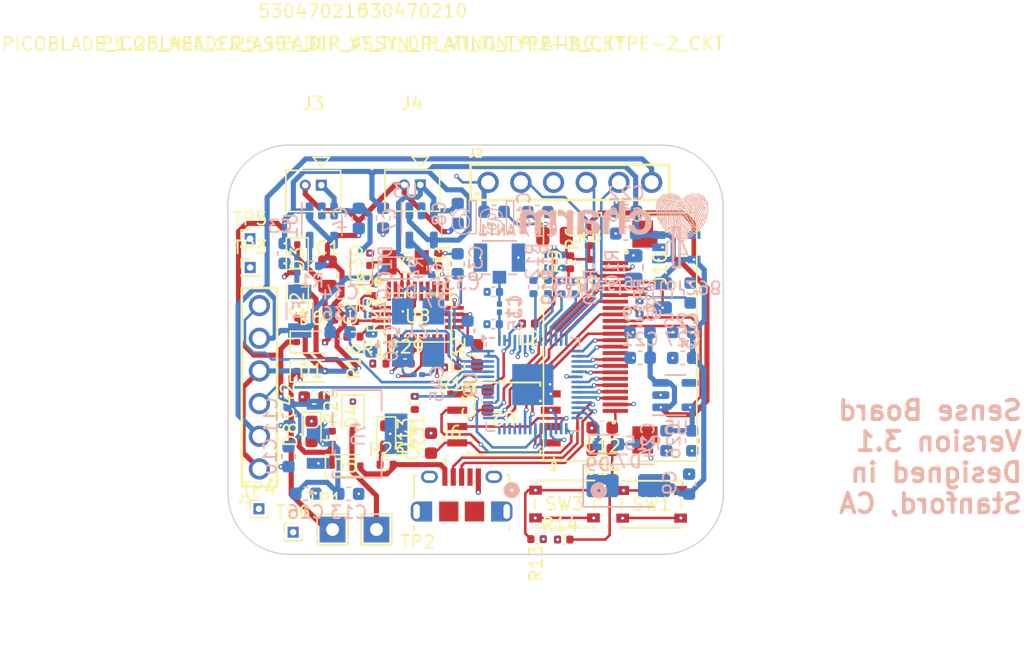
<source format=kicad_pcb>
(kicad_pcb (version 20240108) (generator "pcbnew") (generator_version "8.0")
  (layers (0 "F.Cu" signal) (1 "In1.Cu" power) (2 "In2.Cu" signal) (3 "In3.Cu" signal) (4 "In4.Cu" power) (31 "B.Cu" signal) (34 "B.Paste" user) (35 "F.Paste" user) (36 "B.SilkS" user "B.Silkscreen") (37 "F.SilkS" user "F.Silkscreen") (38 "B.Mask" user) (39 "F.Mask" user) (44 "Edge.Cuts" user))
  (net 0 "")
  (net 1 "GND")
  (net 2 "Net-(ANT1-PadSIG)")
  (net 3 "VCC")
  (net 4 "+2V8")
  (net 5 "VDC")
  (net 6 "Net-(D7-K)")
  (net 7 "+3.3V")
  (net 8 "CAM_RESET")
  (net 9 "+1V8")
  (net 10 "Net-(U8-CAP)")
  (net 11 "Net-(U8-XIN32)")
  (net 12 "Net-(U8-XOUT32)")
  (net 13 "Net-(U9-LNA_IN)")
  (net 14 "Net-(C38-Pad1)")
  (net 15 "Net-(U9-XTAL_P)")
  (net 16 "Net-(U9-XTAL_N)")
  (net 17 "Net-(D1-K)")
  (net 18 "Net-(D2-K)")
  (net 19 "+5V")
  (net 20 "IO21{slash}USER_LED")
  (net 21 "Net-(D9-A)")
  (net 22 "Net-(FB1-Pad2)")
  (net 23 "USB_DP")
  (net 24 "USB_DN")
  (net 26 "MTDO{slash}IO40{slash}CAM_SDA")
  (net 27 "MTCK{slash}IO39{slash}CAM_SCL")
  (net 28 "IO38{slash}DVP_VSYNC")
  (net 29 "Net-(J10-Pad8)")
  (net 30 "IO47{slash}DVP_HREF")
  (net 31 "IO48{slash}DVP_Y9")
  (net 32 "IO10{slash}XMCLK")
  (net 33 "IO11{slash}DVP_Y8")
  (net 34 "IO12{slash}DVP_Y7")
  (net 35 "IO13{slash}DVP_PCLK")
  (net 36 "IO14{slash}DVP_Y6")
  (net 37 "IO15{slash}DVP_Y2")
  (net 38 "IO16{slash}DVP_Y5")
  (net 39 "IO17{slash}DVP_Y3")
  (net 40 "IO18{slash}DVP_Y4")
  (net 43 "CHIP_EN")
  (net 44 "MTDI{slash}IO41{slash}PDM_DATA")
  (net 45 "MTMS{slash}IO42{slash}PDM_CLK")
  (net 46 "Net-(U1-PROG)")
  (net 47 "Net-(U3-PROG)")
  (net 48 "Net-(R6-Pad1)")
  (net 49 "+BATT1")
  (net 50 "+BATT2")
  (net 51 "Net-(U8-PS1)")
  (net 52 "Net-(U8-PS0)")
  (net 53 "Net-(U8-COM3)")
  (net 54 "BNO_SCL")
  (net 55 "BNO_SDA")
  (net 56 "GPIO37")
  (net 57 "GPIO36")
  (net 58 "BNO_INT")
  (net 59 "GPIO35")
  (net 60 "GPIO34")
  (net 61 "GPIO33")
  (net 62 "D3{slash}A3")
  (net 63 "D2{slash}A2")
  (net 64 "D1{slash}A1")
  (net 65 "D0{slash}A0")
  (net 66 "Net-(U9-U0TXD)")
  (net 67 "TX_D6")
  (net 68 "GPIO0")
  (net 69 "Net-(D8-A)")
  (net 72 "RX_D7")
  (net 73 "BNO_RST")
  (net 74 "D4{slash}I2C_SDA")
  (net 75 "D5{slash}I2C_SCL")
  (net 76 "D8{slash}A8{slash}SCK")
  (net 77 "D9{slash}A9{slash}MISO")
  (net 78 "D10{slash}A10{slash}MOSI")
  (net 80 "VDD_SPI")
  (net 81 "SPIHD")
  (net 82 "SPIWP")
  (net 83 "SPICS0")
  (net 84 "SPICLK")
  (net 85 "SPIQ")
  (net 86 "SPID")
  (net 87 "Net-(U8-NBOOT_LOAD_PIN)")
  (net 88 "Net-(D13-A)")
  (net 96 "GPIO45")
  (net 97 "GPIO46")
  (net 98 "VAA")
  (net 100 "GNDPWR")
  (footprint "Capacitor_SMD:C_0603_1608Metric" (layer "F.Cu") (at 135.85 90.96 90)
    (property "Reference" "C32")
    (property "Value" "100nF")
  )
  (footprint "61300611121:61300611121" (layer "F.Cu") (at 143.06 77.55)
    (property "Reference" "J2")
    (property "Value" "6130XX11121_61300611121")
    (property "VALUE" "61300611121" (hide yes))
  )
  (footprint "Capacitor_SMD:C_0603_1608Metric" (layer "F.Cu") (at 145.57 96.62 180)
    (property "Reference" "C12")
    (property "Value" "2.2uF")
  )
  (footprint "GD25Q64CSIGR:SOP8_208MIL_GDV" (layer "F.Cu") (at 137.94 95.9 180)
    (property "Reference" "U2")
    (property "Value" "GD25Q64CSIGR")
  )
  (footprint "Capacitor_SMD:C_0402_1005Metric" (layer "F.Cu") (at 140.51 105.29 180)
    (property "Reference" "R13")
    (property "Value" "10k")
  )
  (footprint "Capacitor_SMD:C_0402_1005Metric" (layer "F.Cu") (at 132.827 83.5522 90)
    (property "Reference" "C31")
    (property "Value" "22pF")
  )
  (footprint "Connector_PinHeader_1.00mm:PinHeader_1x01_P1.00mm_Vertical" (layer "F.Cu") (at 118.22 84.17)
    (property "Reference" "TP3")
    (property "Value" "TestPoint")
  )
  (footprint "LED_SMD:LED_0603_1608Metric" (layer "F.Cu") (at 122.99 96.91 -90)
    (property "Reference" "D8")
    (property "Value" "LED")
  )
  (footprint "Connector_PinHeader_1.00mm:PinHeader_1x01_P1.00mm_Vertical" (layer "F.Cu") (at 118.21 81.93)
    (property "Reference" "TP5")
    (property "Value" "TestPoint")
  )
  (footprint "Resistor_SMD:R_0402_1005Metric" (layer "F.Cu") (at 144.54 81.96 90)
    (property "Reference" "R6")
    (property "Value" "0")
  )
  (footprint "F32R-1A7H1-11024:AMPHENOL_F32R-1A7H1-11024" (layer "F.Cu") (at 143.256 89.57 -90)
    (property "Reference" "J10")
    (property "Value" "F32R-1A7H1-11024")
  )
  (footprint "Diode_SMD:D_SOD-323F" (layer "F.Cu") (at 121.89 87.0225 -90)
    (property "Reference" "D2")
    (property "Value" "PMEG6010CEJ")
  )
  (footprint "Capacitor_SMD:C_0603_1608Metric" (layer "F.Cu") (at 123.195 94.27)
    (property "Reference" "C42")
    (property "Value" "100nF")
  )
  (footprint "Diode_SMD:D_SOD-323F" (layer "F.Cu") (at 121.88 83.4725 -90)
    (property "Reference" "D3")
    (property "Value" "PMEG6010CEJ")
  )
  (footprint "Resistor_SMD:R_0402_1005Metric" (layer "F.Cu") (at 144.56 84.05 -90)
    (property "Reference" "R7")
    (property "Value" "4.7k")
  )
  (footprint "LED_SMD:LED_0603_1608Metric" (layer "F.Cu") (at 128.79 97.27 -90)
    (property "Reference" "D13")
    (property "Value" "LED")
  )
  (footprint "Resistor_SMD:R_0402_1005Metric" (layer "F.Cu") (at 128.82 99.5)
    (property "Reference" "R25")
    (property "Value" "1k")
  )
  (footprint "Inductor_SMD:L_0402_1005Metric" (layer "F.Cu") (at 139.845 88.53 180)
    (property "Reference" "L2")
    (property "Value" "2nH")
  )
  (footprint "Capacitor_SMD:C_0402_1005Metric" (layer "F.Cu") (at 127.5438 83.5294 90)
    (property "Reference" "C30")
    (property "Value" "22pF")
  )
  (footprint "Resistor_SMD:R_0805_2012Metric" (layer "F.Cu") (at 141.87 81.71 180)
    (property "Reference" "R8")
    (property "Value" "0k")
  )
  (footprint "Capacitor_SMD:C_0402_1005Metric" (layer "F.Cu") (at 130.25 91.64 180)
    (property "Reference" "C29")
    (property "Value" "0.1uF")
  )
  (footprint "Capacitor_SMD:C_0603_1608Metric" (layer "F.Cu") (at 145.575 98.35 180)
    (property "Reference" "C14")
    (property "Value" "100nF")
  )
  (footprint "TestPoint:TestPoint_THTPad_2.0x2.0mm_Drill1.0mm" (layer "F.Cu") (at 124.62 104.54)
    (property "Reference" "TP1")
    (property "Value" "COIL1")
  )
  (footprint "Connector_PinHeader_1.00mm:PinHeader_1x01_P1.00mm_Vertical" (layer "F.Cu") (at 121.56 104.75)
    (property "Reference" "TP6")
    (property "Value" "TestPoint")
  )
  (footprint "53047-0210:CON_530470210_MOL" (layer "F.Cu") (at 123.75 77.77)
    (property "Reference" "J3")
    (property "Value" "530470210")
  )
  (footprint "Capacitor_SMD:C_0402_1005Metric" (layer "F.Cu") (at 124.76 87.77 90)
    (property "Reference" "C2")
    (property "Value" "10uF")
  )
  (footprint "Resistor_SMD:R_0402_1005Metric" (layer "F.Cu") (at 126.37 87.88 -90)
    (property "Reference" "R22")
    (property "Value" "0")
  )
  (footprint "Resistor_SMD:R_0402_1005Metric" (layer "F.Cu") (at 131.01 94.7 -90)
    (property "Reference" "R31")
    (property "Value" "499")
  )
  (footprint "Resistor_SMD:R_0402_1005Metric" (layer "F.Cu") (at 143.07 83.76 -90)
    (property "Reference" "R9")
    (property "Value" "4.7k")
  )
  (footprint "53047-0210:CON_530470210_MOL" (layer "F.Cu") (at 131.44 77.74)
    (property "Reference" "J4")
    (property "Value" "530470210")
  )
  (footprint "Capacitor_SMD:C_0402_1005Metric" (layer "F.Cu") (at 142.58 105.32)
    (property "Reference" "R14")
    (property "Value" "10k")
  )
  (footprint "TestPoint:TestPoint_THTPad_2.0x2.0mm_Drill1.0mm" (layer "F.Cu") (at 128.03 104.54)
    (property "Reference" "TP2")
    (property "Value" "COIL2")
  )
  (footprint "Resistor_SMD:R_0402_1005Metric" (layer "F.Cu") (at 133.8348 91.9354 180)
    (property "Reference" "R18")
    (property "Value" "10k")
  )
  (footprint "BNO055:LGA28R50P4X10_380X520X100" (layer "F.Cu") (at 131.26 88.0562)
    (property "Reference" "U8")
    (property "Value" "BNO055")
  )
  (footprint "Capacitor_SMD:C_0603_1608Metric" (layer "F.Cu") (at 136.67 94.48 -90)
    (property "Reference" "C38")
    (property "Value" "100nF")
  )
  (footprint "Resistor_SMD:R_0402_1005Metric" (layer "F.Cu") (at 126.24 89.54 180)
    (property "Reference" "R16")
    (property "Value" "10k")
  )
  (footprint "Connector_PinHeader_1.00mm:PinHeader_1x01_P1.00mm_Vertical" (layer "F.Cu") (at 118.9 102.93)
    (property "Reference" "TP4")
    (property "Value" "TestPoint")
  )
  (footprint "Diode_SMD:D_SOD-323F" (layer "F.Cu") (at 122.94 92.22)
    (property "Reference" "D1")
    (property "Value" "PMEG6010CEJ")
  )
  (footprint "Capacitor_SMD:C_0603_1608Metric" (layer "F.Cu") (at 132.27 97.83 90)
    (property "Reference" "C44")
    (property "Value" "100nF")
  )
  (footprint "Resistor_SMD:R_0402_1005Metric" (layer "F.Cu") (at 124.56 97.41 -90)
    (property "Reference" "R23")
    (property "Value" "1k")
  )
  (footprint "Diode_SMD:D_SOD-323F" (layer "F.Cu") (at 125.68 99.57)
    (property "Reference" "D5")
    (property "Value" "PMEG6010CEJ")
  )
  (footprint "Resistor_SMD:R_0402_1005Metric" (layer "F.Cu") (at 128.26 91.64 180)
    (property "Reference" "R17")
    (property "Value" "10k")
  )
  (footprint "Diode_SMD:D_SOD-323F" (layer "F.Cu") (at 122.9425 89.97)
    (property "Reference" "D6")
    (property "Value" "PMEG6010CEJ")
  )
  (footprint "10118194-0001LF:AMPHENOL_10118194-0001LF" (layer "F.Cu") (at 134.65 103.14)
    (property "Reference" "J6")
    (property "Value" "10118194-0001LF")
  )
  (footprint "ABS07-32.768KHZ-7-T:XTAL_ABS07-32.768KHZ-7-T" (layer "F.Cu") (at 130.3 83.77 180)
    (property "Reference" "Y1")
    (property "Value" "ABS07-32.768KHZ-7-T")
  )
  (footprint "Capacitor_SMD:C_0805_2012Metric" (layer "F.Cu") (at 124.23 84.68 90)
    (property "Reference" "C1")
    (property "Value" "6nF")
  )
  (footprint "PTS815:SW4_PTS815 SJM 250 SMTR LFS_CNK" (layer "F.Cu") (at 142.64 102.56)
    (property "Reference" "SW3")
    (property "Value" "PTS815 SJM 250 SMTR LFS")
  )
  (footprint "Diode_SMD:D_SOD-323F" (layer "F.Cu") (at 126.2 95.7 -90)
    (property "Reference" "D4")
    (property "Value" "PMEG6010CEJ")
  )
  (footprint "PTS815:SW4_PTS815 SJM 250 SMTR LFS_CNK" (layer "F.Cu") (at 149.4108 102.5815)
    (property "Reference" "SW1")
    (property "Value" "PTS815 SJM 250 SMTR LFS")
  )
  (footprint "Capacitor_SMD:C_0402_1005Metric" (layer "F.Cu") (at 127.8404 85.8902 90)
    (property "Reference" "C28")
    (property "Value" "0.1uF")
  )
  (footprint "61300611121:61300611121" (layer "F.Cu") (at 118.94 93.48 90)
    (property "Reference" "J1")
    (property "Value" "6130XX11121_61300611121")
    (property "VALUE" "61300611121" (hide yes))
  )
  (footprint "Capacitor_SMD:C_0603_1608Metric" (layer "B.Cu") (at 122.54 101.75)
    (property "Reference" "C16")
    (property "Value" "1uF")
  )
  (footprint "Capacitor_SMD:C_0603_1608Metric" (layer "B.Cu") (at 151.825 91.2 180)
    (property "Reference" "C27")
    (property "Value" "1uF")
  )
  (footprint "Capacitor_SMD:C_0201_0603Metric" (layer "B.Cu") (at 131.255 85.82 180)
    (property "Reference" "C43")
    (property "Value" "18pF")
  )
  (footprint "Capacitor_SMD:C_0603_1608Metric" (layer "B.Cu") (at 128.55 80.335 -90)
    (property "Reference" "C7")
    (property "Value" "1uF")
  )
  (footprint "Capacitor_SMD:C_0603_1608Metric" (layer "B.Cu") (at 152.32 101.01 90)
    (property "Reference" "C9")
    (property "Value" "2.2uF")
  )
  (footprint "Capacitor_SMD:C_0603_1608Metric" (layer "B.Cu") (at 127.64 89.945 90)
    (property "Reference" "C40")
    (property "Value" "100nF")
  )
  (footprint "U.FL-R-SMT-1:U.FL-R-SMT-1" (layer "B.Cu") (at 137.5856 83.3998 180)
    (property "Reference" "ANT1")
    (property "Value" "U.FL-R-SMT-1")
  )
  (footprint "Capacitor_SMD:C_0603_1608Metric" (layer "B.Cu") (at 134.34 83.88 90)
    (property "Reference" "C39")
    (property "Value" "2.2uF")
  )
  (footprint "NANOSMDC110F-2:FUS_NANO_TYCO_TYC" (layer "B.Cu") (at 122.07 87.57 -90)
    (property "Reference" "F1")
    (property "Value" "NANOSMDC110F-2")
  )
  (footprint "CharmLabLogo:Charm" (layer "B.Cu") (at 143.86 80.27 180)
    (property "Reference" "G***" (hide yes))
    (property "Value" "LOGO" (hide yes))
  )
  (footprint "Capacitor_SMD:C_0603_1608Metric" (layer "B.Cu") (at 150.55 97.635 -90)
    (property "Reference" "C24")
    (property "Value" "10uF")
  )
  (footprint "Capacitor_SMD:C_0603_1608Metric" (layer "B.Cu") (at 147.4 81.53 180)
    (property "Reference" "C20")
    (property "Value" "10uF")
  )
  (footprint "Capacitor_SMD:C_0603_1608Metric" (layer "B.Cu") (at 148.52 91.19 180)
    (property "Reference" "C21")
    (property "Value" "1uF")
  )
  (footprint "Capacitor_SMD:C_0805_2012Metric" (layer "B.Cu") (at 150.26 86.35 -90)
    (property "Reference" "FB1")
    (property "Value" "120R-3A")
  )
  (footprint "Capacitor_SMD:C_0603_1608Metric" (layer "B.Cu") (at 135.11 89.1 90)
    (property "Reference" "C37")
    (property "Value" "100nF")
  )
  (footprint "Package_TO_SOT_SMD:SOT-23-5" (layer "B.Cu") (at 131.54 80.9 -90)
    (property "Reference" "U3")
    (property "Value" "MCP73812T-420I-OT")
  )
  (footprint "Capacitor_SMD:C_0603_1608Metric" (layer "B.Cu") (at 121.27 95.69 -90)
    (property "Reference" "C11")
    (property "Value" "1uF")
  )
  (footprint "Capacitor_SMD:C_0603_1608Metric" (layer "B.Cu") (at 134.35 79.97 -90)
    (property "Reference" "C8")
    (property "Value" "1uF")
  )
  (footprint "Capacitor_SMD:C_0201_0603Metric" (layer "B.Cu") (at 131.25 92.5)
    (property "Reference" "C45")
    (property "Value" "18pF")
  )
  (footprint "Resistor_SMD:R_0402_1005Metric" (layer "B.Cu") (at 141.34 85.69 90)
    (property "Reference" "R3")
    (property "Value" "0")
  )
  (footprint "TLV75528PDBVR:DBV0005A_N" (layer "B.Cu") (at 151.33 82.6)
    (property "Reference" "U7")
    (property "Value" "TLV75528PDBVR")
  )
  (footprint "Diode_SMD:D_SMA" (layer "B.Cu") (at 147.6 101.13)
    (property "Reference" "D7")
    (property "Value" "B140-E3")
  )
  (footprint "Resistor_SMD:R_0402_1005Metric" (layer "B.Cu") (at 143.51 85.7 90)
    (property "Reference" "R20")
    (property "Value" "0")
  )
  (footprint "LED_SMD:LED_0603_1608Metric" (layer "B.Cu") (at 146.0525 97.91)
    (property "Reference" "D9")
    (property "Value" "LED")
  )
  (footprint "AZ1117CH_3_3TRG1:SOT-223_DIO" (layer "B.Cu") (at 126.53 97.1 90)
    (property "Reference" "U4")
    (property "Value" "AZ1117CH-3.3TRG1")
  )
  (footprint "Capacitor_SMD:C_0603_1608Metric" (layer "B.Cu") (at 126.66 80.35 -90)
    (property "Reference" "C4")
    (property "Value" "1uF")
  )
  (footprint "Capacitor_SMD:C_0603_1608Metric" (layer "B.Cu") (at 152.56 97.645 -90)
    (property "Reference" "C26")
    (property "Value" "1uF")
  )
  (footprint "Diode_SMD:D_SOD-323F" (layer "B.Cu") (at 129.7825 84.21)
    (property "Reference" "D11")
    (property "Value" "PMEG6010CEJ")
  )
  (footprint "Resistor_SMD:R_0402_1005Metric" (layer "B.Cu") (at 132.33 84.22 -90)
    (property "Reference" "R4")
    (property "Value" "2k")
  )
  (footprint "Resistor_SMD:R_0402_1005Metric" (layer "B.Cu") (at 148.47 87.28 90)
    (property "Reference" "R5")
    (property "Value" "10k")
  )
  (footprint "Capacitor_SMD:C_0603_1608Metric" (layer "B.Cu") (at 151.825 89.19 180)
    (property "Reference" "C25")
    (property "Value" "10uF")
  )
  (footprint "Capacitor_SMD:C_0402_1005Metric" (layer "B.Cu") (at 127.35 87.38 90)
    (property "Reference" "C41")
    (property "Value" "10nF")
  )
  (footprint "Capacitor_SMD:C_0603_1608Metric" (layer "B.Cu") (at 125.205 89.2 180)
    (property "Reference" "C36")
    (property "Value" "2.2uF")
  )
  (footprint "Capacitor_SMD:C_0603_1608Metric" (layer "B.Cu") (at 137.17 79.84 180)
    (property "Reference" "C18")
    (property "Value" "4.7uF")
  )
  (footprint "Resistor_SMD:R_0805_2012Metric" (layer "B.Cu") (at 148 84.17 -90)
    (property "Reference" "R10")
    (property "Value" "10k")
  )
  (footprint "Capacitor_SMD:C_0603_1608Metric" (layer "B.Cu") (at 147.445 79.82 180)
    (property "Reference" "C22")
    (property "Value" "1uF")
  )
  (footprint "Diode_SMD:D_SOD-323F" (layer "B.Cu") (at 126.87 83.8875 90)
    (property "Reference" "D10")
    (property "Value" "PMEG6010CEJ")
  )
  (footprint "Inductor_SMD:L_0201_0603Metric" (layer "B.Cu") (at 137.5856 87.3248 90)
    (property "Reference" "L1")
    (property "Value" "2nH")
  )
  (footprint "Resistor_SMD:R_0402_1005Metric" (layer "B.Cu") (at 148.7125 97.85)
    (property "Reference" "R15")
    (property "Value" "1k")
  )
  (footprint "ABM8G_40_000MHZ_18_D2Y_T:CRYSTAL_ABM8G_ABR" (layer "B.Cu") (at 131.269 89.1)
    (property "Reference" "Y2")
    (property "Value" "ABM8G-40.000MHZ-18-D2Y-T")
  )
  (footprint "Resistor_SMD:R_0402_1005Metric" (layer "B.Cu") (at 142.41 85.7 90)
    (property "Reference" "R2")
    (property "Value" "0")
  )
  (footprint "Capacitor_SMD:C_0402_1005Metric" (layer "B.Cu") (at 137.1 88.58 180)
    (property "Reference" "C35")
    (property "Value" "1.6pF")
  )
  (footprint "Package_TO_SOT_SMD:SOT-23-5" (layer "B.Cu") (at 151.26 94.09)
    (property "Reference" "U5")
    (property "Value" "MIC5504-1.8YM5")
  )
  (footprint "Capacitor_SMD:C_0603_1608Metric" (layer "B.Cu") (at 121.2 98.87 -90)
    (property "Reference" "C10")
    (property "Value" "10uF")
  )
  (footprint "Resistor_SMD:R_0402_1005Metric" (layer "B.Cu") (at 123.02 84.05)
    (property "Reference" "R1")
    (property "Value" "2k")
  )
  (footprint "Capacitor_SMD:C_0603_1608Metric" (layer "B.Cu") (at 120.89 83.075 -90)
    (property "Reference" "C3")
    (property "Value" "1uF")
  )
  (footprint "Capacitor_SMD:C_0603_1608Metric" (layer "B.Cu") (at 148.505 89.22 180)
    (property "Reference" "C19")
    (property "Value" "10uF")
  )
  (footprint "Capacitor_SMD:C_0603_1608Metric" (layer "B.Cu") (at 140.56 79.86)
    (property "Reference" "C17")
    (property "Value" "100nF")
  )
  (footprint "Resistor_SMD:R_0402_1005Metric" (layer "B.Cu") (at 140.23 85.69 90)
    (property "Reference" "R19")
    (property "Value" "0")
  )
  (footprint "Capacitor_SMD:C_0603_1608Metric" (layer "B.Cu") (at 125.875 101.77)
    (property "Reference" "C13")
    (property "Value" "10uF")
  )
  (footprint "Package_TO_SOT_SMD:SOT-23-5" (layer "B.Cu") (at 123.79 80.91 -90)
    (property "Reference" "U1")
    (property "Value" "MCP73812T-420I-OT")
  )
  (footprint "Capacitor_SMD:C_0402_1005Metric" (layer "B.Cu") (at 137.11 86.0648 180)
    (property "Reference" "C33")
    (property "Value" "1.6pF")
  )
  (footprint "Resistor_SMD:R_0402_1005Metric" (layer "B.Cu") (at 141.32 83.68 -90)
    (property "Reference" "R12")
    (property "Value" "10k")
  )
  (footprint "Capacitor_SMD:C_0603_1608Metric" (layer "B.Cu") (at 125.22 87.57 180)
    (property "Reference" "C34")
    (property "Value" "2.2uF")
  )
  (footprint "Resistor_SMD:R_0402_1005Metric" (layer "B.Cu") (at 142.44 83.7 -90)
    (property "Reference" "R11")
    (property "Value" "10k")
  )
  (footprint "Capacitor_SMD:C_0603_1608Metric" (layer "B.Cu") (at 152.43 86.15 90)
    (property "Reference" "C15")
    (property "Value" "100nF")
  )
  (footprint "Package_DFN_QFN:QFN-56-1EP_7x7mm_P0.4mm_EP3.2x3.2mm" (layer "B.Cu") (at 140.18 93.27 -90)
    (property "Reference" "U9")
    (property "Value" "ESP32-S3")
  )
  (gr_line (start 116.481376 79.0356) (end 116.4948 101.6948) (stroke (width 0.1)) (layer "Edge.Cuts"))
  (gr_arc (start 150.183424 74.651376) (mid 153.56 76.05) (end 154.958624 79.426576) (stroke (width 0.1)) (layer "Edge.Cuts"))
  (gr_line (start 154.958624 79.426576) (end 154.9852 101.6948) (stroke (width 0.1)) (layer "Edge.Cuts"))
  (gr_line (start 121.236576 74.65) (end 150.183424 74.651376) (stroke (width 0.1)) (layer "Edge.Cuts"))
  (gr_arc (start 154.9852 101.6948) (mid 153.586576 105.071376) (end 150.21 106.47) (stroke (width 0.1)) (layer "Edge.Cuts"))
  (gr_line (start 121.27 106.47) (end 150.21 106.47) (stroke (width 0.1)) (layer "Edge.Cuts"))
  (gr_arc (start 116.461376 79.4252) (mid 117.86 76.048624) (end 121.236576 74.65) (stroke (width 0.1)) (layer "Edge.Cuts"))
  (gr_arc (start 121.27 106.47) (mid 117.893424 105.071376) (end 116.4948 101.6948) (stroke (width 0.1)) (layer "Edge.Cuts"))
  (gr_text "Sense Board\nVersion 3.1\nDesigned in \nStanford, CA" (at 178.35 103.4 0) (layer "B.SilkS") (effects (font (size 1.5 1.5) (thickness 0.3) (bold yes)) (justify left bottom mirror)))
  (segment (start 130.8062 87.8062) (end 130.58 87.58) (width 0.2) (layer "F.Cu") (net 1))
  (segment (start 151.663501 103.656499) (end 151.68 103.64) (width 0.2) (layer "F.Cu") (net 1))
  (segment (start 127.843564 85.4102) (end 127.989606 85.556242) (width 0.2) (layer "F.Cu") (net 1))
  (segment (start 127.5306 83.0494) (end 127.53 83.05) (width 0.2) (layer "F.Cu") (net 1))
  (segment (start 147.153501 103.656499) (end 147.15 103.66) (width 0.2) (layer "F.Cu") (net 1))
  (segment (start 147.160799 103.656499) (end 147.153501 103.656499) (width 0.2) (layer "F.Cu") (net 1))
  (segment (start 127.75 91.64) (end 127.74 91.64) (width 0.2) (layer "F.Cu") (net 1))
  (segment (start 129.77 91.64) (end 129.77 91.73) (width 0.2) (layer "F.Cu") (net 1))
  (segment (start 147.709952 84.32) (end 146.59 84.32) (width 0.2) (layer "F.Cu") (net 1))
  (segment (start 136.03 95.255) (end 135.355 95.93) (width 0.2) (layer "F.Cu") (net 1))
  (segment (start 133.3248 91.9354) (end 133.3248 91.9448) (width 0.2) (layer "F.Cu") (net 1))
  (segment (start 131.01 87.17) (end 130.6 87.58) (width 0.2) (layer "F.Cu") (net 1))
  (segment (start 128.79 96.4825) (end 128.79 96.79) (width 0.2) (layer "F.Cu") (net 1))
  (segment (start 140.389999 103.634999) (end 144.890001 103.634999) (width 0.2) (layer "F.Cu") (net 1))
  (segment (start 133.3578 83.0722) (end 133.37 83.06) (width 0.2) (layer "F.Cu") (net 1))
  (segment (start 128.79 96.79) (end 129.1 97.1) (width 0.2) (layer "F.Cu") (net 1))
  (segment (start 130.6 87.58) (end 130.078 87.58) (width 0.2) (layer "F.Cu") (net 1))
  (segment (start 128.432 87.3062) (end 127.738937 87.3062) (width 0.2) (layer "F.Cu") (net 1))
  (segment (start 127.738937 87.3062) (end 127.342038 86.909301) (width 0.2) (layer "F.Cu") (net 1))
  (segment (start 131.01 86.0092) (end 131.01 87.17) (width 0.2) (layer "F.Cu") (net 1))
  (segment (start 136.67 95.255) (end 136.03 95.255) (width 0.2) (layer "F.Cu") (net 1))
  (segment (start 135.2962 87.8062) (end 134.088 87.8062) (width 0.2) (layer "F.Cu") (net 1))
  (segment (start 144.890001 103.634999) (end 144.904999 103.634999) (width 0.2) (layer "F.Cu") (net 1))
  (segment (start 127.5438 83.0494) (end 127.5306 83.0494) (width 0.2) (layer "F.Cu") (net 1))
  (segment (start 123.97 94.27) (end 123.97 93.999598) (width 0.4) (layer "F.Cu") (net 1))
  (segment (start 140.375001 103.634999) (end 140.37 103.64) (width 0.2) (layer "F.Cu") (net 1))
  (segment (start 132.827 83.0722) (end 133.3578 83.0722) (width 0.2) (layer "F.Cu") (net 1))
  (segment (start 127.74 91.64) (end 127.73 91.63) (width 0.2) (layer "F.Cu") (net 1))
  (segment (start 147.97 94.82) (end 148.01 94.78) (width 0.2) (layer "F.Cu") (net 1))
  (segment (start 135.95 101.64) (end 135.94 101.65) (width 0.4) (layer "F.Cu") (net 1))
  (segment (start 147.17 103.64) (end 147.15 103.66) (width 0.2) (layer "F.Cu") (net 1))
  (segment (start 151.68 103.64) (end 147.17 103.64) (width 0.2) (layer "F.Cu") (net 1))
  (segment (start 122.99 96.1225) (end 122.9825 96.1225) (width 0.4) (layer "F.Cu") (net 1))
  (segment (start 144.904999 103.634999) (end 144.91 103.64) (width 0.2) (layer "F.Cu") (net 1))
  (segment (start 146.59 94.82) (end 147.97 94.82) (width 0.2) (layer "F.Cu") (net 1))
  (segment (start 127.8404 85.4102) (end 127.843564 85.4102) (width 0.2) (layer "F.Cu") (net 1))
  (segment (start 129.77 91.73) (end 129.22 92.28) (width 0.2) (layer "F.Cu") (net 1))
  (segment (start 147.929952 84.1) (end 147.709952 84.32) (width 0.2) (layer "F.Cu") (net 1))
  (segment (start 132.27 97.055) (end 132.27 97.05) (width 0.4) (layer "F.Cu") (net 1))
  (segment (start 135.95 100.465) (end 135.95 101.64) (width 0.4) (layer "F.Cu") (net 1))
  (segment (start 134.088 87.8062) (end 130.8062 87.8062) (width 0.2) (layer "F.Cu") (net 1))
  (segment (start 133.3248 91.9448) (end 133.33 91.95) (width 0.2) (layer "F.Cu") (net 1))
  (segment (start 130.58 87.58) (end 130.078 87.58) (width 0.2) (layer "F.Cu") (net 1))
  (segment (start 144.756624 96.658376) (end 144.795 96.62) (width 0.2) (layer "F.Cu") (net 1))
  (segment (start 122.9825 96.1225) (end 122.98 96.12) (width 0.4) (layer "F.Cu") (net 1))
  (segment (start 140.389999 103.634999) (end 140.375001 103.634999) (width 0.2) (layer "F.Cu") (net 1))
  (segment (start 151.660801 103.656499) (end 151.663501 103.656499) (width 0.2) (layer "F.Cu") (net 1))
  (via (at 150.257 82.6) (size 0.35) (drill 0.2) (layers "F.Cu" "B.Cu") (net 1))
  (via (at 146.62 81.53) (size 0.35) (drill 0.2) (layers "F.Cu" "B.Cu") (net 1))
  (via (at 141.5722 93.995) (size 0.35) (drill 0.2) (layers "F.Cu" "B.Cu") (net 1))
  (via (at 152.56 98.42) (size 0.35) (drill 0.2) (layers "F.Cu" "B.Cu") (net 1))
  (via (at 151.68 103.64) (size 0.35) (drill 0.2) (layers "F.Cu" "B.Cu") (net 1))
  (via (at 136.63 88.56) (size 0.35) (drill 0.2) (layers "F.Cu" "B.Cu") (net 1))
  (via (at 136.63 86.07) (size 0.35) (drill 0.2) (layers "F.Cu" "B.Cu") (net 1))
  (via (at 127.73 91.63) (size 0.35) (drill 0.2) (layers "F.Cu" "B.Cu") (net 1))
  (via (at 127.53 83.05) (size 0.35) (drill 0.2) (layers "F.Cu" "B.Cu") (net 1))
  (via (at 147.99 91.19) (size 0.35) (drill 0.2) (layers "F.Cu" "B.Cu") (net 1))
  (via (at 136.11 83.4) (size 0.35) (drill 0.2) (layers "F.Cu" "B.Cu") (net 1))
  (via (at 141.52 93.25) (size 0.35) (drill 0.2) (layers "F.Cu" "B.Cu") (net 1))
  (via (at 151.05 89.19) (size 0.35) (drill 0.2) (layers "F.Cu" "B.Cu") (net 1))
  (via (at 130.078 87.58) (size 0.35) (drill 0.2) (layers "F.Cu" "B.Cu") (net 1))
  (via (at 135.94 101.65) (size 0.35) (drill 0.2) (layers "F.Cu" "B.Cu") (net 1))
  (via (at 133.33 91.95) (size 0.35) (drill 0.2) (layers "F.Cu" "B.Cu") (net 1))
  (via (at 135.355 95.93) (size 0.35) (drill 0.2) (layers "F.Cu" "B.Cu") (net 1))
  (via (at 148.01 94.78) (size 0.35) (drill 0.2) (layers "F.Cu" "B.Cu") (net 1))
  (via (at 132.27 97.05) (size 0.35) (drill 0.2) (layers "F.Cu" "B.Cu") (net 1))
  (via (at 120.6 99.66) (size 0.35) (drill 0.2) (layers "F.Cu" "B.Cu") (net 1))
  (via (at 144.756624 96.658376) (size 0.35) (drill 0.2) (layers "F.Cu" "B.Cu") (net 1))
  (via (at 139.06 83.4) (size 0.35) (drill 0.2) (layers "F.Cu" "B.Cu") (net 1))
  (via (at 123.97 93.999598) (size 0.35) (drill 0.2) (layers "F.Cu" "B.Cu") (net 1))
  (via (at 152.33 100.23) (size 0.35) (drill 0.2) (layers "F.Cu" "B.Cu") (net 1))
  (via (at 133.37 83.06) (size 0.35) (drill 0.2) (layers "F.Cu" "B.Cu") (net 1))
  (via (at 147.929952 84.1) (size 0.35) (drill 0.2) (layers "F.Cu" "B.Cu") (net 1))
  (via (at 147.949002 89.22) (size 0.35) (drill 0.2) (layers "F.Cu" "B.Cu") (net 1))
  (via (at 134.24 77.07) (size 0.35) (drill 0.2) (layers "F.Cu" "B.Cu") (net 1))
  (via (at 127.342038 86.909301) (size 0.35) (drill 0.2) (layers "F.Cu" "B.Cu") (net 1))
  (via (at 120.88 83.85) (size 0.35) (drill 0.2) (layers "F.Cu" "B.Cu") (net 1))
  (via (at 126.66 101.76) (size 0.35) (drill 0.2) (layers "F.Cu" "B.Cu") (net 1))
  (via (at 123.52 99.4) (size 0.35) (drill 0.2) (layers "F.Cu" "B.Cu") (net 1))
  (via (at 150.54 98.41) (size 0.35) (drill 0.2) (layers "F.Cu" "B.Cu") (net 1))
  (via (at 135.2962 87.8062) (size 0.35) (drill 0.2) (layers "F.Cu" "B.Cu") (net 1))
  (via (at 148.48 86.77) (size 0.35) (drill 0.2) (layers "F.Cu" "B.Cu") (net 1))
  (via (at 129.1 97.1) (size 0.35) (drill 0.2) (layers "F.Cu" "B.Cu") (net 1))
  (via (at 120.59 96.45) (size 0.35) (drill 0.2) (layers "F.Cu" "B.Cu") (net 1))
  (via (at 150.11 94.08) (size 0.35) (drill 0.2) (layers "F.Cu" "B.Cu") (net 1))
  (via (at 141.815938 80.999062) (size 0.35) (drill 0.2) (layers "F.Cu" "B.Cu") (net 1))
  (via (at 151.05 91.2) (size 0.35) (drill 0.2) (layers "F.Cu" "B.Cu") (net 1))
  (via (at 129.22 92.28) (size 0.35) (drill 0.2) (layers "F.Cu" "B.Cu") (net 1))
  (via (at 122.98 96.12) (size 0.35) (drill 0.2) (layers "F.Cu" "B.Cu") (net 1))
  (via (at 144.91 103.64) (size 0.35) (drill 0.2) (layers "F.Cu" "B.Cu") (net 1))
  (via (at 128.55 81.6) (size 0.35) (drill 0.2) (layers "F.Cu" "B.Cu") (net 1))
  (via (at 147.15 103.66) (size 0.35) (drill 0.2) (layers "F.Cu" "B.Cu") (net 1))
  (via (at 140.77 94.54) (size 0.35) (drill 0.2) (layers "F.Cu" "B.Cu") (net 1))
  (via (at 129.94 97.14) (size 0.35) (drill 0.2) (layers "F.Cu" "B.Cu") (net 1))
  (via (at 127.78 89.331202) (size 0.35) (drill 0.2) (layers "F.Cu" "B.Cu") (net 1))
  (via (at 146.68 79.11) (size 0.35) (drill 0.2) (layers "F.Cu" "B.Cu") (net 1))
  (via (at 140.37 103.64) (size 0.35) (drill 0.2) (layers "F.Cu" "B.Cu") (net 1))
  (via (at 133.37 83.06) (size 0.35) (drill 0.2) (layers "F.Cu" "B.Cu") (net 1))
  (via (at 123.32 101.75) (size 0.35) (drill 0.2) (layers "F.Cu" "B.Cu") (net 1))
  (via (at 152.43 85.37) (size 0.35) (drill 0.2) (layers "F.Cu" "B.Cu") (net 1))
  (via (at 127.989606 85.556242) (size 0.35) (drill 0.2) (layers "F.Cu" "B.Cu") (net 1))
  (segment (start 136.395 77.865) (end 136.71 77.55) (width 0.4) (layer "B.Cu") (net 1))
  (segment (start 134.72 77.55) (end 134.24 77.07) (width 0.2) (layer "B.Cu") (net 1))
  (segment (start 136.1106 83.3998) (end 136.1102 83.3998) (width 0.2) (layer "B.Cu") (net 1))
  (segment (start 135.2962 87.8062) (end 135.11 87.9924) (width 0.2) (layer "B.Cu") (net 1))
  (segment (start 146.625 81.53) (end 146.62 81.53) (width 0.4) (layer "B.Cu") (net 1))
  (segment (start 120.89 83.85) (end 120.88 83.85) (width 0.4) (layer "B.Cu") (net 1))
  (segment (start 146.67 79.12) (end 146.68 79.11) (width 0.4) (layer "B.Cu") (net 1))
  (segment (start 141.815938 80.340938) (end 141.335 79.86) (width 0.2) (layer "B.Cu") (net 1))
  (segment (start 129.555 97.1) (end 129.1 97.1) (width 0.4) (layer "B.Cu") (net 1))
  (segment (start 130.935 85.82) (end 130.29 85.82) (width 0.2) (layer "B.Cu") (net 1))
  (segment (start 136.62 88.57) (end 136.63 88.56) (width 0.2) (layer "B.Cu") (net 1))
  (segment (start 133.415 83.105) (end 134.34 83.105) (width 0.2) (layer "B.Cu") (net 1))
  (segment (start 140.18 93.95) (end 140.77 94.54) (width 0.4) (layer "B.Cu") (net 1))
  (segment (start 141.815938 80.999062) (end 141.815938 80.340938) (width 0.2) (layer "B.Cu") (net 1))
  (segment (start 121.185 99.66) (end 121.2 99.645) (width 0.4) (layer "B.Cu") (net 1))
  (segment (start 141.5 93.27) (end 141.52 93.25) (width 0.4) (layer "B.Cu") (net 1))
  (segment (start 136.71 77.55) (end 134.72 77.55) (width 0.2) (layer "B.Cu") (net 1))
  (segment (start 136.395 79.84) (end 136.395 77.865) (width 0.4) (layer "B.Cu") (net 1))
  (segment (start 136.62 88.58) (end 136.62 88.57) (width 0.2) (layer "B.Cu") (net 1))
  (segment (start 148.47 86.77) (end 148.48 86.77) (width 0.2) (layer "B.Cu") (net 1))
  (segment (start 135.11 87.9924) (end 135.11 88.325) (width 0.2) (layer "B.Cu") (net 1))
  (segment (start 139.0606 83.3998) (end 139.0602 83.3998) (width 0.2) (layer "B.Cu") (net 1))
  (segment (start 123.505 99.4) (end 123.52 99.4) (width 0.4) (layer "B.Cu") (net 1))
  (segment (start 132.46 92.19) (end 132.46 90.747) (width 0.2) (layer "B.Cu") (net 1))
  (segment (start 140.8472 93.27) (end 141.5722 93.995) (width 0.4) (layer "B.Cu") (net 1))
  (segment (start 120.6 99.66) (end 121.185 99.66) (width 0.4) (layer "B.Cu") (net 1))
  (segment (start 126.65 101.77) (end 126.66 101.76) (width 0.4) (layer "B.Cu") (net 1))
  (segment (start 152.325 100.235) (end 152.33 100.23) (width 0.4) (layer "B.Cu") (net 1))
  (segment (start 136.63 86.0648) (end 136.63 86.07) (width 0.2) (layer "B.Cu") (net 1))
  (segment (start 150.12 94.09) (end 150.11 94.08) (width 0.4) (layer "B.Cu") (net 1))
  (segment (start 129.555 97.1) (end 129.9 97.1) (width 0.4) (layer "B.Cu") (net 1))
  (segment (start 147.949002 89.22) (end 147.73 89.22) (width 0.4) (layer "B.Cu") (net 1))
  (segment (start 120.605 96.465) (end 121.27 96.465) (width 0.4) (layer "B.Cu") (net 1))
  (segment (start 130.078 86.032) (end 130.078 87.58) (width 0.2) (layer "B.Cu") (net 1))
  (segment (start 129.9 97.1) (end 129.94 97.14) (width 0.4) (layer "B.Cu") (net 1))
  (segment (start 133.37 83.06) (end 133.415 83.105) (width 0.2) (layer "B.Cu") (net 1))
  (segment (start 132.15 92.5) (end 132.46 92.19) (width 0.2) (layer "B.Cu") (net 1))
  (segment (start 136.1102 83.3998) (end 136.11 83.4) (width 0.2) (layer "B.Cu") (net 1))
  (segment (start 140.18 93.27) (end 141.5 93.27) (width 0.4) (layer "B.Cu") (net 1))
  (segment (start 147.745 91.19) (end 147.99 91.19) (width 0.4) (layer "B.Cu") (net 1))
  (segment (start 130.29 85.82) (end 130.078 86.032) (width 0.2) (layer "B.Cu") (net 1))
  (segment (start 150.55 98.41) (end 150.54 98.41) (width 0.4) (layer "B.Cu") (net 1))
  (segment (start 131.57 92.5) (end 132.15 92.5) (width 0.2) (layer "B.Cu") (net 1))
  (segment (start 152.43 85.375) (end 152.43 85.37) (width 0.2) (layer "B.Cu") (net 1))
  (segment (start 140.18 93.27) (end 140.8472 93.27) (width 0.4) (layer "B.Cu") (net 1))
  (segment (start 136.37 79.815) (end 136.395 79.84) (width 0.2) (layer "B.Cu") (net 1))
  (segment (start 124.445 89.185) (end 124.43 89.2) (width 0.4) (layer "B.Cu") (net 1))
  (segment (start 127.64 89.17) (end 127.64 89.191202) (width 0.2) (layer "B.Cu") (net 1))
  (segment (start 150.1225 94.09) (end 150.12 94.09) (width 0.4) (layer "B.Cu") (net 1))
  (segment (start 123.315 101.75) (end 123.32 101.75) (width 0.4) (layer "B.Cu") (net 1))
  (segment (start 146.67 79.82) (end 146.67 79.12) (width 0.4) (layer "B.Cu") (net 1))
  (segment (start 128.55 81.6) (end 128.55 81.11) (width 0.4) (layer "B.Cu") (net 1))
  (segment (start 152.32 100.235) (end 152.325 100.235) (width 0.4) (layer "B.Cu") (net 1))
  (segment (start 140.18 93.27) (end 140.18 93.95) (width 0.4) (layer "B.Cu") (net 1))
  (segment (start 120.59 96.45) (end 120.605 96.465) (width 0.4) (layer "B.Cu") (net 1))
  (segment (start 124.445 87.57) (end 124.445 89.185) (width 0.4) (layer "B.Cu") (net 1))
  (segment (start 139.0602 83.3998) (end 139.06 83.4) (width 0.2) (layer "B.Cu") (net 1))
  (segment (start 127.64 89.191202) (end 127.78 89.331202) (width 0.2) (layer "B.Cu") (net 1))
  (segment (start 149.954999 82.6) (end 150.257 82.6) (width 0.4) (layer "B.Cu") (net 1))
  (segment (start 137.59 84.9292) (end 137.5856 84.9248) (width 0.2) (layer "B.Cu") (net 2))
  (segment (start 137.5856 87.0048) (end 137.5856 86.0692) (width 0.2) (layer "B.Cu") (net 2))
  (segment (start 137.5856 86.0692) (end 137.59 86.0648) (width 0.2) (layer "B.Cu") (net 2))
  (segment (start 137.59 86.0648) (end 137.59 84.9292) (width 0.2) (layer "B.Cu") (net 2))
  (segment (start 124.0425 89.97) (end 124.33 89.6825) (width 0.4) (layer "F.Cu") (net 3))
  (segment (start 124.33 89.6825) (end 124.33 88.68) (width 0.4) (layer "F.Cu") (net 3))
  (segment (start 121.88 82.3725) (end 121.88 83.41) (width 0.4) (layer "F.Cu") (net 3))
  (segment (start 124.04 85.82) (end 124.04 87.839999) (width 0.4) (layer "F.Cu") (net 3))
  (segment (start 124.23 85.63) (end 124.04 85.82) (width 0.4) (layer "F.Cu") (net 3))
  (segment (start 124.450001 88.25) (end 124.76 88.25) (width 0.4) (layer "F.Cu") (net 3))
  (segment (start 121.88 83.41) (end 124.1 85.63) (width 0.4) (layer "F.Cu") (net 3))
  (segment (start 126.2 94.6) (end 126.2 94.59) (width 0.4) (layer "F.Cu") (net 3))
  (segment (start 124.1 85.63) (end 124.23 85.63) (width 0.4) (layer "F.Cu") (net 3))
  (segment (start 124.33 88.68) (end 124.76 88.25) (width 0.4) (layer "F.Cu") (net 3))
  (segment (start 124.04 87.839999) (end 124.450001 88.25) (width 0.4) (layer "F.Cu") (net 3))
  (via (at 126.2 94.59) (size 0.35) (drill 0.2) (layers "F.Cu" "B.Cu") (net 3))
  (via (at 124.018969 90.023849) (size 0.35) (drill 0.2) (layers "F.Cu" "B.Cu") (net 3))
  (segment (start 147.75725 88.72) (end 150.848248 88.72) (width 0.2) (layer "F.Cu") (net 4))
  (segment (start 144.54 80.76) (end 145.37 79.93) (width 0.4) (layer "F.Cu") (net 4))
  (segment (start 152.125 88.715) (end 152.6 89.19) (width 0.2) (layer "F.Cu") (net 4))
  (segment (start 144.54 81.45) (end 144.54 80.76) (width 0.4) (layer "F.Cu") (net 4))
  (segment (start 152.704999 80.764999) (end 152.704999 83.550001) (width 0.4) (layer "F.Cu") (net 4))
  (segment (start 146.59 88.82) (end 147.65725 88.82) (width 0.2) (layer "F.Cu") (net 4))
  (segment (start 151.87 79.93) (end 152.704999 80.764999) (width 0.4) (layer "F.Cu") (net 4))
  (segment (start 145.37 79.93) (end 151.87 79.93) (width 0.4) (layer "F.Cu") (net 4))
  (segment (start 150.853248 88.715) (end 152.125 88.715) (width 0.2) (layer "F.Cu") (net 4))
  (segment (start 147.65725 88.82) (end 147.75725 88.72) (width 0.2) (layer "F.Cu") (net 4))
  (segment (start 150.848248 88.72) (end 150.853248 88.715) (width 0.2) (layer "F.Cu") (net 4))
  (via (at 152.704999 83.550001) (size 0.35) (drill 0.2) (layers "F.Cu" "B.Cu") (net 4))
  (via (at 152.6 89.19) (size 0.35) (drill 0.2) (layers "F.Cu" "B.Cu") (net 4))
  (segment (start 152.32 101.785) (end 153.46 100.645) (width 0.4) (layer "B.Cu") (net 4))
  (segment (start 150.26 85.4) (end 150.26 85.02) (width 0.4) (layer "B.Cu") (net 4))
  (segment (start 152.6 89.19) (end 152.6 91.2) (width 0.4) (layer "B.Cu") (net 4))
  (segment (start 153.46 92.06) (end 152.6 91.2) (width 0.4) (layer "B.Cu") (net 4))
  (segment (start 149.6 101.13) (end 151 101.13) (width 0.4) (layer "B.Cu") (net 4))
  (segment (start 151.655 101.785) (end 152.32 101.785) (width 0.4) (layer "B.Cu") (net 4))
  (segment (start 151 101.13) (end 151.655 101.785) (width 0.4) (layer "B.Cu") (net 4))
  (segment (start 153.5 84.345002) (end 153.5 88.29) (width 0.4) (layer "B.Cu") (net 4))
  (segment (start 153.46 100.645) (end 153.46 92.06) (width 0.4) (layer "B.Cu") (net 4))
  (segment (start 152.704999 83.550001) (end 153.5 84.345002) (width 0.4) (layer "B.Cu") (net 4))
  (segment (start 151.729999 83.550001) (end 152.704999 83.550001) (width 0.4) (layer "B.Cu") (net 4))
  (segment (start 153.5 88.29) (end 152.6 89.19) (width 0.4) (layer "B.Cu") (net 4))
  (segment (start 150.26 85.02) (end 151.729999 83.550001) (width 0.4) (layer "B.Cu") (net 4))
  (segment (start 120.6 90.51) (end 120.6 91.2125) (width 0.4) (layer "F.Cu") (net 5))
  (segment (start 124.56 98.189999) (end 124.214999 98.535) (width 0.4) (layer "F.Cu") (net 5))
  (segment (start 153.71 85.76) (end 151.500001 83.550001) (width 0.4) (layer "F.Cu") (net 5))
  (segment (start 124.214999 98.535) (end 122.471394 98.535) (width 0.4) (layer "F.Cu") (net 5))
  (segment (start 124.58 97.94) (end 124.56 97.92) (width 0.4) (layer "F.Cu") (net 5))
  (segment (start 124.56 97.92) (end 124.56 98.189999) (width 0.4) (layer "F.Cu") (net 5))
  (segment (start 117.32 81.37) (end 117.95 80.74) (width 0.4) (layer "F.Cu") (net 5))
  (segment (start 153.71 94.540673) (end 153.71 85.76) (width 0.4) (layer "F.Cu") (net 5))
  (segment (start 150.1225 95.04) (end 150.6975 95.615) (width 0.4) (layer "F.Cu") (net 5))
  (segment (start 120.6 91.2125) (end 120.3725 90.985) (width 0.4) (layer "F.Cu") (net 5))
  (segment (start 150.6975 95.615) (end 152.635673 95.615) (width 0.4) (layer "F.Cu") (net 5))
  (segment (start 120.33 80.74) (end 120.89 81.3) (width 0.4) (layer "F.Cu") (net 5))
  (segment (start 120.3725 90.985) (end 118.515 90.985) (width 0.4) (layer "F.Cu") (net 5))
  (segment (start 122.02 97.275) (end 122.145 97.15) (width 0.4) (layer "F.Cu") (net 5))
  (segment (start 152.635673 95.615) (end 153.71 94.540673) (width 0.4) (layer "F.Cu") (net 5))
  (segment (start 120.6 91.2125) (end 120.6 94.2) (width 0.4) (layer "F.Cu") (net 5))
  (segment (start 118.515 90.985) (end 117.32 89.79) (width 0.4) (layer "F.Cu") (net 5))
  (segment (start 121.8425 89.97) (end 121.14 89.97) (width 0.4) (layer "F.Cu") (net 5))
  (segment (start 122.02 98.083606) (end 122.02 97.275) (width 0.4) (layer "F.Cu") (net 5))
  (segment (start 151.500001 83.550001) (end 149.954999 83.550001) (width 0.4) (layer "F.Cu") (net 5))
  (segment (start 124.58 99.57) (end 124.58 97.94) (width 0.4) (layer "F.Cu") (net 5))
  (segment (start 120.89 81.3) (end 120.89 82.3) (width 0.4) (layer "F.Cu") (net 5))
  (segment (start 117.95 80.74) (end 120.33 80.74) (width 0.4) (layer "F.Cu") (net 5))
  (segment (start 122.471394 98.535) (end 122.02 98.083606) (width 0.4) (layer "F.Cu") (net 5))
  (segment (start 117.32 89.79) (end 117.32 81.37) (width 0.4) (layer "F.Cu") (net 5))
  (segment (start 121.14 89.97) (end 120.6 90.51) (width 0.4) (layer "F.Cu") (net 5))
  (via (at 149.954999 83.550001) (size 0.35) (drill 0.2) (layers "F.Cu" "B.Cu") (net 5))
  (via (at 120.89 82.3) (size 0.35) (drill 0.2) (layers "F.Cu" "B.Cu") (net 5))
  (via (at 122.145 97.15) (size 0.35) (drill 0.2) (layers "F.Cu" "B.Cu") (net 5))
  (via (at 150.1225 95.04) (size 0.35) (drill 0.2) (layers "F.Cu" "B.Cu") (net 5))
  (via (at 120.6 94.2) (size 0.35) (drill 0.2) (layers "F.Cu" "B.Cu") (net 5))
  (segment (start 121.385 94.8) (end 121.27 94.915) (width 0.4) (layer "B.Cu") (net 5))
  (segment (start 135.225 78.704882) (end 134.650118 78.13) (width 0.4) (layer "B.Cu") (net 5))
  (segment (start 150.829999 83.550001) (end 151.09 83.29) (width 0.4) (layer "B.Cu") (net 5))
  (segment (start 121.84 85.8414) (end 121.84 83.25) (width 0.4) (layer "B.Cu") (net 5))
  (segment (start 134.422618 82.0375) (end 135.225 81.235118) (width 0.4) (layer "B.Cu") (net 5))
  (segment (start 123.505 94.8) (end 121.385 94.8) (width 0.4) (layer "B.Cu") (net 5))
  (segment (start 128.45 79.56) (end 128.55 79.56) (width 0.4) (layer "B.Cu") (net 5))
  (segment (start 149.28 89.22) (end 149.28 91.175) (width 0.4) (layer "B.Cu") (net 5))
  (segment (start 120.6 94.2) (end 120.6 94.245) (width 0.4) (layer "B.Cu") (net 5))
  (segment (start 147.377412 76.325) (end 132.445 76.325) (width 0.4) (layer "B.Cu") (net 5))
  (segment (start 122.403273 76.7) (end 127.46 76.7) (width 0.4) (layer "B.Cu") (net 5))
  (segment (start 132.445 76.325) (end 132.06 76.71) (width 0.4) (layer "B.Cu") (net 5))
  (segment (start 122.145 95.79) (end 122.145 97.15) (width 0.4) (layer "B.Cu") (net 5))
  (segment (start 135.225 81.235118) (end 135.225 78.704882) (width 0.4) (layer "B.Cu") (net 5))
  (segment (start 150.780002 81.650002) (end 149.954999 81.650002) (width 0.4) (layer "B.Cu") (net 5))
  (segment (start 132.49 82.0375) (end 132.4525 82) (width 0.4) (layer "B.Cu") (net 5))
  (segment (start 127.68 76.92) (end 127.68 78.79) (width 0.4) (layer "B.Cu") (net 5))
  (segment (start 124.74 82.0475) (end 124.440001 82.0475) (width 0.4) (layer "B.Cu") (net 5))
  (segment (start 127.89 76.71) (end 132.06 76.71) (width 0.4) (layer "B.Cu") (net 5))
  (segment (start 133.51 78.13) (end 132.09 76.71) (width 0.4) (layer "B.Cu") (net 5))
  (segment (start 151.185 93.505) (end 150.82 93.14) (width 0.4) (layer "B.Cu") (net 5))
  (segment (start 150.1225 95.04) (end 150.784999 95.04) (width 0.4) (layer "B.Cu") (net 5))
  (segment (start 120.6 94.245) (end 121.27 94.915) (width 0.4) (layer "B.Cu") (net 5))
  (segment (start 151.185 94.639999) (end 151.185 93.505) (width 0.4) (layer "B.Cu") (net 5))
  (segment (start 122.07 86.0714) (end 121.84 85.8414) (width 0.4) (layer "B.Cu") (net 5))
  (segment (start 122.84 80.447499) (end 122.84 79.7725) (width 0.4) (layer "B.Cu") (net 5))
  (segment (start 122.84 79.7725) (end 121.5775 79.7725) (width 0.4) (layer "B.Cu") (net 5))
  (segment (start 148.17 77.117588) (end 147.377412 76.325) (width 0.4) (layer "B.Cu") (net 5))
  (segment (start 150.82 93.14) (end 150.1225 93.14) (width 0.4) (layer "B.Cu") (net 5))
  (segment (start 127.46 76.7) (end 127.68 76.92) (width 0.4) (layer "B.Cu") (net 5))
  (segment (start 151.09 81.96) (end 150.780002 81.650002) (width 0.4) (layer "B.Cu") (net 5))
  (segment (start 134.650118 78.13) (end 133.51 78.13) (width 0.4) (layer "B.Cu") (net 5))
  (segment (start 121.84 83.25) (end 120.89 82.3) (width 0.4) (layer "B.Cu") (net 5))
  (segment (start 132.09 76.71) (end 132.06 76.71) (width 0.4) (layer "B.Cu") (net 5))
  (segment (start 130.59 80.593026) (end 130.59 79.7625) (width 0.4) (layer "B.Cu") (net 5))
  (segment (start 132.4525 82) (end 131.996974 82) (width 0.4) (layer "B.Cu") (net 5))
  (segment (start 148.295002 81.650002) (end 149.954999 81.650002) (width 0.4) (layer "B.Cu") (net 5))
  (segment (start 149.954999 83.550001) (end 150.829999 83.550001) (width 0.4) (layer "B.Cu") (net 5))
  (segment (start 127.89 76.71) (end 127.68 76.92) (width 0.4) (layer "B.Cu") (net 5))
  (segment (start 148.22 79.82) (end 148.17 79.77) (width 0.4) (layer "B.Cu") (net 5))
  (segment (start 121.5775 79.7725) (end 120.89 80.46) (width 0.4) (layer "B.Cu") (net 5))
  (segment (start 148.22 79.82) (end 148.22 81.485) (width 0.4) (layer "B.Cu") (net 5))
  (segment (start 120.89 80.46) (end 120.89 82.3) (width 0.4) (layer "B.Cu") (net 5))
  (segment (start 127.68 78.79) (end 128.45 79.56) (width 0.4) (layer "B.Cu") (net 5))
  (segment (start 148.17 79.77) (end 148.17 77.117588) (width 0.4) (layer "B.Cu") (net 5))
  (segment (start 150.784999 95.04) (end 151.185 94.639999) (width 0.4) (layer "B.Cu") (net 5))
  (segment (start 132.49 82.0375) (end 134.422618 82.0375) (width 0.4) (layer "B.Cu") (net 5))
  (segment (start 149.295 92.645) (end 149.295 91.19) (width 0.4) (layer "B.Cu") (net 5))
  (segment (start 121.27 94.915) (end 122.145 95.79) (width 0.4) (layer "B.Cu") (net 5))
  (segment (start 122.145 97.15) (end 121.2 98.095) (width 0.4) (layer "B.Cu") (net 5))
  (segment (start 121.5775 79.7725) (end 121.5775 77.525773) (width 0.4) (layer "B.Cu") (net 5))
  (segment (start 148.22 81.485) (end 148.175 81.53) (width 0.4) (layer "B.Cu") (net 5))
  (segment (start 131.996974 82) (end 130.59 80.593026) (width 0.4) (layer "B.Cu") (net 5))
  (segment (start 150.1225 93.14) (end 149.79 93.14) (width 0.4) (layer "B.Cu") (net 5))
  (segment (start 148.175 81.53) (end 148.295002 81.650002) (width 0.4) (layer "B.Cu") (net 5))
  (segment (start 149.28 91.175) (end 149.295 91.19) (width 0.4) (layer "B.Cu") (net 5))
  (segment (start 124.440001 82.0475) (end 122.84 80.447499) (width 0.4) (layer "B.Cu") (net 5))
  (segment (start 121.5775 77.525773) (end 122.403273 76.7) (width 0.4) (layer "B.Cu") (net 5))
  (segment (start 149.79 93.14) (end 149.295 92.645) (width 0.4) (layer "B.Cu") (net 5))
  (segment (start 151.09 83.29) (end 151.09 81.96) (width 0.4) (layer "B.Cu") (net 5))
  (segment (start 146.35 100.540303) (end 145.760303 101.13) (width 0.2) (layer "F.Cu") (net 6))
  (segment (start 146.345 96.62) (end 146.345 98.345) (width 0.2) (layer "F.Cu") (net 6))
  (segment (start 146.345 98.345) (end 146.35 98.35) (width 0.2) (layer "F.Cu") (net 6))
  (segment (start 146.35 98.35) (end 146.35 100.540303) (width 0.2) (layer "F.Cu") (net 6))
  (segment (start 146.59 95.32) (end 146.59 96.375) (width 0.2) (layer "F.Cu") (net 6))
  (segment (start 146.59 96.375) (end 146.345 96.62) (width 0.2) (layer "F.Cu") (net 6))
  (via (at 145.760303 101.13) (size 0.35) (drill 0.2) (layers "F.Cu" "B.Cu") (net 6))
  (segment (start 141.84 87.02) (end 140.33 88.53) (width 0.2) (layer "F.Cu") (net 7))
  (segment (start 126.37 87.37) (end 126.195 87.37) (width 0.2) (layer "F.Cu") (net 7))
  (segment (start 127.8404 86.3702) (end 127.099801 86.3702) (width 0.2) (layer "F.Cu") (net 7))
  (segment (start 141.835 82.61) (end 141.84 82.615) (width 0.2) (layer "F.Cu") (net 7))
  (segment (start 126.867038 86.602963) (end 126.867038 87.348238) (width 0.2) (layer "F.Cu") (net 7))
  (segment (start 135.85 91.735) (end 135.85 91.58) (width 0.2) (layer "F.Cu") (net 7))
  (segment (start 129.51 86.0092) (end 129.51 87.7062) (width 0.2) (layer "F.Cu") (net 7))
  (segment (start 140.9575 80.9975) (end 141.17 80.785) (width 0.2) (layer "F.Cu") (net 7))
  (segment (start 129.41 87.8062) (end 128.432 87.8062) (width 0.2) (layer "F.Cu") (net 7))
  (segment (start 126.867038 87.348238) (end 127.35 87.8312) (width 0.2) (layer "F.Cu") (net 7))
  (segment (start 141.84 82.615) (end 141.84 87.02) (width 0.2) (layer "F.Cu") (net 7))
  (segment (start 140.99 105.29) (end 141 105.29) (width 0.2) (layer "F.Cu") (net 7))
  (segment (start 127.099801 86.3702) (end 126.867038 86.602963) (width 0.2) (layer "F.Cu") (net 7))
  (segment (start 142.1 105.32) (end 142.11 105.32) (width 0.2) (layer "F.Cu") (net 7))
  (segment (start 126.195 87.37) (end 125.995 87.57) (width 0.2) (layer "F.Cu") (net 7))
  (segment (start 127.375 87.8062) (end 127.35 87.8312) (width 0.2) (layer "F.Cu") (net 7))
  (segment (start 122.42 94.27) (end 122.324203 94.27) (width 0.4) (layer "F.Cu") (net 7))
  (segment (start 140.9575 81.71) (end 140.9575 80.9975) (width 0.2) (layer "F.Cu") (net 7))
  (segment (start 129.51 87.7062) (end 129.41 87.8062) (width 0.2) (layer "F.Cu") (net 7))
  (segment (start 135.85 91.58) (end 135.2 90.93) (width 0.2) (layer "F.Cu") (net 7))
  (segment (start 128.432 87.8062) (end 127.375 87.8062) (width 0.2) (layer "F.Cu") (net 7))
  (segment (start 122.324203 94.27) (end 122.279203 94.225) (width 0.4) (layer "F.Cu") (net 7))
  (via (at 127.64 90.72) (size 0.35) (drill 0.2) (layers "F.Cu" "B.Cu") (net 7))
  (via (at 141.17 80.785) (size 0.35) (drill 0.2) (layers "F.Cu" "B.Cu") (net 7))
  (via (at 142.11 105.32) (size 0.35) (drill 0.2) (layers "F.Cu" "B.Cu") (net 7))
  (via (at 122.279203 94.225) (size 0.35) (drill 0.2) (layers "F.Cu" "B.Cu") (net 7))
  (via (at 149.359655 99.011) (size 0.35) (drill 0.2) (layers "F.Cu" "B.Cu") (net 7))
  (via (at 125.995 87.57) (size 0.35) (drill 0.2) (layers "F.Cu" "B.Cu") (net 7))
  (via (at 123.865 97.89) (size 0.35) (drill 0.2) (layers "F.Cu" "B.Cu") (net 7))
  (via (at 141 105.29) (size 0.35) (drill 0.2) (layers "F.Cu" "B.Cu") (net 7))
  (via (at 142.8 92.63) (size 0.35) (drill 0.2) (layers "F.Cu" "B.Cu") (net 7))
  (via (at 141.835 82.61) (size 0.35) (drill 0.2) (layers "F.Cu" "B.Cu") (net 7))
  (via (at 148 83.23) (size 0.35) (drill 0.2) (layers "F.Cu" "B.Cu") (net 7))
  (via (at 135.2 90.93) (size 0.35) (drill 0.2) (layers "F.Cu" "B.Cu") (net 7))
  (via (at 127.35 87.8312) (size 0.35) (drill 0.2) (layers "F.Cu" "B.Cu") (net 7))
  (via (at 141.835 82.61) (size 0.35) (drill 0.2) (layers "F.Cu" "B.Cu") (net 7))
  (via (at 124.03 96.27) (size 0.35) (drill 0.2) (layers "F.Cu" "B.Cu") (net 7))
  (via (at 141.17 80.785) (size 0.35) (drill 0.2) (layers "F.Cu" "B.Cu") (net 7))
  (segment (start 123.505 97.1) (end 123.505 97.53) (width 0.4) (layer "B.Cu") (net 7))
  (segment (start 125.03 98.27) (end 124.65 97.89) (width 0.4) (layer "B.Cu") (net 7))
  (segment (start 127.64 90.72) (end 126.58 90.72) (width 0.2) (layer "B.Cu") (net 7))
  (segment (start 141.17 80.785) (end 138.89 80.785) (width 0.2) (layer "B.Cu") (net 7))
  (segment (start 136.7425 94.67) (end 137.29 94.67) (width 0.2) (layer "B.Cu") (net 7))
  (segment (start 135.46 90.67) (end 135.905 90.67) (width 0.2) (layer "B.Cu") (net 7))
  (segment (start 123.505 96.795) (end 124.03 96.27) (width 0.4) (layer "B.Cu") (net 7))
  (segment (start 142.84 92.67) (end 142.8 92.63) (width 0.2) (layer "B.Cu") (net 7))
  (segment (start 148 83.2575) (end 148 83.23) (width 0.4) (layer "B.Cu") (net 7))
  (segment (start 121.765 101.75) (end 122.64 100.875) (width 0.4) (layer "B.Cu") (net 7))
  (segment (start 134.585 86.916752) (end 134.585 84.9) (width 0.2) (layer "B.Cu") (net 7))
  (segment (start 137.481624 94.478376) (end 137.481624 91.275264) (width 0.2) (layer "B.Cu") (net 7))
  (segment (start 141.86 82.61) (end 142.44 83.19) (width 0.2) (layer "B.Cu") (net 7))
  (segment (start 138.89 80.785) (end 137.945 79.84) (width 0.2) (layer "B.Cu") (net 7))
  (segment (start 149.2225 98.873845) (end 149.359655 99.011) (width 0.2) (layer "B.Cu") (net 7))
  (segment (start 141.835 82.61) (end 141.835 82.655) (width 0.2) (layer "B.Cu") (net 7))
  (segment (start 140.71 80.785) (end 139.785 79.86) (width 0.2) (layer "B.Cu") (net 7))
  (segment (start 137.27636 91.07) (end 136.7425 91.07) (width 0.2) (layer "B.Cu") (net 7))
  (segment (start 149.2225 97.85) (end 149.2225 98.873845) (width 0.2) (layer "B.Cu") (net 7))
  (segment (start 137.481624 91.275264) (end 137.27636 91.07) (width 0.2) (layer "B.Cu") (net 7))
  (segment (start 125.1 101.77) (end 125.03 101.7) (width 0.4) (layer "B.Cu") (net 7))
  (segment (start 125.03 101.7) (end 125.03 98.27) (width 0.4) (layer "B.Cu") (net 7))
  (segment (start 141.835 82.655) (end 141.32 83.17) (width 0.2) (layer "B.Cu") (net 7))
  (segment (start 143.6175 92.67) (end 142.84 92.67) (width 0.2) (layer "B.Cu") (net 7))
  (segment (start 136.7425 90.67) (end 135.905 90.67) (width 0.2) (layer "B.Cu") (net 7))
  (segment (start 135.2 90.93) (end 135.46 90.67) (width 0.2) (layer "B.Cu") (net 7))
  (segment (start 124.65 97.89) (end 123.865 97.89) (width 0.4) (layer "B.Cu") (net 7))
  (segment (start 124.205 100.875) (end 125.1 101.77) (width 0.4) (layer "B.Cu") (net 7))
  (segment (start 136.7425 91.07) (end 136.7425 90.67) (width 0.2) (layer "B.Cu") (net 7))
  (segment (start 134.09 88.657628) (end 134.09 87.411752) (width 0.2) (layer "B.Cu") (net 7))
  (segment (start 134.585 84.9) (end 134.34 84.655) (width 0.2) (layer "B.Cu") (net 7))
  (segment (start 141.835 82.61) (end 141.86 82.61) (width 0.2) (layer "B.Cu") (net 7))
  (segment (start 135.11 89.677628) (end 134.09 88.657628) (width 0.2) (layer "B.Cu") (net 7))
  (segment (start 126.58 90.72) (end 125.98 90.12) (width 0.2) (layer "B.Cu") (net 7))
  (segment (start 141.17 80.785) (end 140.71 80.785) (width 0.2) (layer "B.Cu") (net 7))
  (segment (start 135.11 89.875) (end 135.11 89.677628) (width 0.2) (layer "B.Cu") (net 7))
  (segment (start 134.09 87.411752) (end 134.585 86.916752) (width 0.2) (layer "B.Cu") (net 7))
  (segment (start 125.98 90.12) (end 125.98 89.2) (width 0.2) (layer "B.Cu") (net 7))
  (segment (start 123.505 97.53) (end 123.865 97.89) (width 0.4) (layer "B.Cu") (net 7))
  (segment (start 122.64 100.875) (end 124.205 100.875) (width 0.4) (layer "B.Cu") (net 7))
  (segment (start 135.905 90.67) (end 135.11 89.875) (width 0.2) (layer "B.Cu") (net 7))
  (segment (start 123.505 97.1) (end 123.505 96.795) (width 0.4) (layer "B.Cu") (net 7))
  (segment (start 137.29 94.67) (end 137.481624 94.478376) (width 0.2) (layer "B.Cu") (net 7))
  (segment (start 148.972294 86.295) (end 146.615 86.295) (width 0.2) (layer "F.Cu") (net 8))
  (segment (start 146.615 86.295) (end 146.59 86.32) (width 0.2) (layer "F.Cu") (net 8))
  (segment (start 149.177294 86.5) (end 148.972294 86.295) (width 0.2) (layer "F.Cu") (net 8))
  (via (at 149.177294 86.5) (size 0.35) (drill 0.2) (layers "F.Cu" "B.Cu") (net 8))
  (segment (start 149.177294 86.5) (end 152.005 86.5) (width 0.2) (layer "B.Cu") (net 8))
  (segment (start 152.005 86.5) (end 152.43 86.925) (width 0.2) (layer "B.Cu") (net 8))
  (segment (start 149.177294 86.5) (end 148 85.322706) (width 0.2) (layer "B.Cu") (net 8))
  (segment (start 148 85.322706) (end 148 85.0825) (width 0.2) (layer "B.Cu") (net 8))
  (segment (start 148.611752 88.32) (end 148.881752 88.05) (width 0.2) (layer "F.Cu") (net 9))
  (segment (start 153.21 88.77) (end 153.21 94.2275) (width 0.2) (layer "F.Cu") (net 9))
  (segment (start 148.881752 88.05) (end 152.49 88.05) (width 0.2) (layer "F.Cu") (net 9))
  (segment (start 152.49 88.05) (end 153.21 88.77) (width 0.2) (layer "F.Cu") (net 9))
  (segment (start 146.59 88.32) (end 148.611752 88.32) (width 0.2) (layer "F.Cu") (net 9))
  (segment (start 153.21 94.2275) (end 152.3975 95.04) (width 0.2) (layer "F.Cu") (net 9))
  (via (at 152.3975 95.04) (size 0.35) (drill 0.2) (layers "F.Cu" "B.Cu") (net 9))
  (segment (start 152.55 96.86) (end 152.56 96.87) (width 0.4) (layer "B.Cu") (net 9))
  (segment (start 152.3975 95.04) (end 152.56 95.2025) (width 0.4) (layer "B.Cu") (net 9))
  (segment (start 150.55 96.86) (end 152.55 96.86) (width 0.4) (layer "B.Cu") (net 9))
  (segment (start 152.56 95.2025) (end 152.56 96.87) (width 0.4) (layer "B.Cu") (net 9))
  (segment (start 130.51 91.42) (end 130.73 91.64) (width 0.2) (layer "F.Cu") (net 10))
  (segment (start 130.51 90.1032) (end 130.51 91.42) (width 0.2) (layer "F.Cu") (net 10))
  (segment (start 127.7832 83.77) (end 127.5438 84.0094) (width 0.2) (layer "F.Cu") (net 11))
  (segment (start 129.05 83.77) (end 127.7832 83.77) (width 0.2) (layer "F.Cu") (net 11))
  (segment (start 130.01 86.0092) (end 130.01 84.73) (width 0.2) (layer "F.Cu") (net 11))
  (segment (start 130.01 84.73) (end 129.05 83.77) (width 0.2) (layer "F.Cu") (net 11))
  (segment (start 132.5648 83.77) (end 132.827 84.0322) (width 0.2) (layer "F.Cu") (net 12))
  (segment (start 130.51 84.74) (end 131.48 83.77) (width 0.2) (layer "F.Cu") (net 12))
  (segment (start 131.48 83.77) (end 131.55 83.77) (width 0.2) (layer "F.Cu") (net 12))
  (segment (start 131.55 83.77) (end 132.5648 83.77) (width 0.2) (layer "F.Cu") (net 12))
  (segment (start 130.51 86.0092) (end 130.51 84.74) (width 0.2) (layer "F.Cu") (net 12))
  (segment (start 137.58 89.8325) (end 137.58 88.58) (width 0.2) (layer "B.Cu") (net 13))
  (segment (start 137.58 87.6504) (end 137.5856 87.6448) (width 0.2) (layer "B.Cu") (net 13))
  (segment (start 137.58 88.58) (end 137.58 87.6504) (width 0.2) (layer "B.Cu") (net 13))
  (segment (start 137.92 92.646937) (end 137.751429 92.815508) (width 0.2) (layer "F.Cu") (net 14))
  (segment (start 137.559492 92.815508) (end 136.67 93.705) (width 0.2) (layer "F.Cu") (net 14))
  (segment (start 137.92 90.67) (end 137.92 92.646937) (width 0.2) (layer "F.Cu") (net 14))
  (segment (start 137.751429 92.815508) (end 137.559492 92.815508) (width 0.2) (layer "F.Cu") (net 14))
  (via (at 139.36 88.53) (size 0.35) (drill 0.2) (layers "F.Cu" "B.Cu") (net 14))
  (via (at 137.92 90.67) (size 0.35) (drill 0.2) (layers "F.Cu" "B.Cu") (net 14))
  (segment (start 138.38 89.8325) (end 138.38 89.29864) (width 0.2) (layer "B.Cu") (net 14))
  (segment (start 139.14864 88.53) (end 139.36 88.53) (width 0.2) (layer "B.Cu") (net 14))
  (segment (start 137.98 89.8325) (end 138.38 89.8325) (width 0.2) (layer "B.Cu") (net 14))
  (segment (start 138.38 89.29864) (end 139.14864 88.53) (width 0.2) (layer "B.Cu") (net 14))
  (segment (start 137.92 90.67) (end 138.38 90.21) (width 0.2) (layer "B.Cu") (net 14))
  (segment (start 138.38 90.21) (end 138.38 89.8325) (width 0.2) (layer "B.Cu") (net 14))
  (segment (start 132.46 87.58) (end 133.63 87.58) (width 0.2) (layer "B.Cu") (net 15))
  (segment (start 134.04 90.86) (end 134.65 91.47) (width 0.2) (layer "B.Cu") (net 15))
  (segment (start 134.04 89.173314) (end 134.04 90.86) (width 0.2) (layer "B.Cu") (net 15))
  (segment (start 133.63 87.58) (end 133.69 87.64) (width 0.2) (layer "B.Cu") (net 15))
  (segment (start 131.575 85.82) (end 132.12 85.82) (width 0.2) (layer "B.Cu") (net 15))
  (segment (start 132.46 86.16) (end 132.46 87.58) (width 0.2) (layer "B.Cu") (net 15))
  (segment (start 132.12 85.82) (end 132.46 86.16) (width 0.2) (layer "B.Cu") (net 15))
  (segment (start 133.69 87.64) (end 133.69 88.823314) (width 0.2) (layer "B.Cu") (net 15))
  (segment (start 134.65 91.47) (end 136.7425 91.47) (width 0.2) (layer "B.Cu") (net 15))
  (segment (start 133.69 88.823314) (end 134.04 89.173314) (width 0.2) (layer "B.Cu") (net 15))
  (segment (start 130.28 92.5) (end 130.078 92.298) (width 0.2) (layer "B.Cu") (net 16))
  (segment (start 133.64 91.025686) (end 133.64 89.339) (width 0.2) (layer "B.Cu") (net 16))
  (segment (start 130.078 92.298) (end 130.078 90.747) (width 0.2) (layer "B.Cu") (net 16))
  (segment (start 130.93 92.5) (end 130.28 92.5) (width 0.2) (layer "B.Cu") (net 16))
  (segment (start 134.484314 91.87) (end 133.64 91.025686) (width 0.2) (layer "B.Cu") (net 16))
  (segment (start 130.078 89.392) (end 130.078 90.747) (width 0.2) (layer "B.Cu") (net 16))
  (segment (start 136.7425 91.87) (end 134.484314 91.87) (width 0.2) (layer "B.Cu") (net 16))
  (segment (start 133.64 89.339) (end 133.411 89.11) (width 0.2) (layer "B.Cu") (net 16))
  (segment (start 133.411 89.11) (end 130.36 89.11) (width 0.2) (layer "B.Cu") (net 16))
  (segment (start 130.36 89.11) (end 130.078 89.392) (width 0.2) (layer "B.Cu") (net 16))
  (segment (start 121.41 92.65) (end 121.84 92.22) (width 0.4) (layer "F.Cu") (net 17))
  (segment (start 120.87 84.9) (end 121.1975 84.5725) (width 0.4) (layer "F.Cu") (net 17))
  (segment (start 124.13 104.54) (end 121.41 101.82) (width 0.4) (layer "F.Cu") (net 17))
  (segment (start 121.41 101.82) (end 121.41 92.65) (width 0.4) (layer "F.Cu") (net 17))
  (segment (start 122.1 92.94) (end 122.1 92.48) (width 0.4) (layer "F.Cu") (net 17))
  (segment (start 122.1 92.48) (end 121.84 92.22) (width 0.4) (layer "F.Cu") (net 17))
  (segment (start 121.1975 84.5725) (end 121.88 84.5725) (width 0.4) (layer "F.Cu") (net 17))
  (segment (start 124.62 104.54) (end 124.13 104.54) (width 0.4) (layer "F.Cu") (net 17))
  (via (at 122.1 92.94) (size 0.35) (drill 0.2) (layers "F.Cu" "B.Cu") (net 17))
  (via (at 120.87 84.9) (size 0.35) (drill 0.2) (layers "F.Cu" "B.Cu") (net 17))
  (segment (start 128.03 101.918528) (end 126.13 100.018528) (width 0.4) (layer "F.Cu") (net 18))
  (segment (start 128.03 104.54) (end 128.03 101.918528) (width 0.4) (layer "F.Cu") (net 18))
  (segment (start 123.34 90.8) (end 123.87 91.33) (width 0.4) (layer "F.Cu") (net 18))
  (segment (start 121.89 85.9225) (end 122.6325 85.9225) (width 0.4) (layer "F.Cu") (net 18))
  (segment (start 124.95 91.33) (end 126.13 92.51) (width 0.4) (layer "F.Cu") (net 18))
  (segment (start 126.13 100.018528) (end 126.13 96.87) (width 0.4) (layer "F.Cu") (net 18))
  (segment (start 123.34 86.63) (end 123.34 90.8) (width 0.4) (layer "F.Cu") (net 18))
  (segment (start 126.13 96.87) (end 126.2 96.8) (width 0.4) (layer "F.Cu") (net 18))
  (segment (start 122.6325 85.9225) (end 123.34 86.63) (width 0.4) (layer "F.Cu") (net 18))
  (segment (start 123.87 91.33) (end 124.95 91.33) (width 0.4) (layer "F.Cu") (net 18))
  (segment (start 126.78 99.57) (end 126.78 99.82) (width 0.4) (layer "F.Cu") (net 19))
  (segment (start 129.33 99.73) (end 129.33 99.5) (width 0.4) (layer "F.Cu") (net 19))
  (segment (start 133.35 99.84) (end 133.01 99.5) (width 0.4) (layer "F.Cu") (net 19))
  (segment (start 133.01 99.5) (end 129.33 99.5) (width 0.4) (layer "F.Cu") (net 19))
  (segment (start 127.18 100.22) (end 128.84 100.22) (width 0.4) (layer "F.Cu") (net 19))
  (segment (start 128.84 100.22) (end 129.33 99.73) (width 0.4) (layer "F.Cu") (net 19))
  (segment (start 133.35 100.465) (end 133.35 99.84) (width 0.4) (layer "F.Cu") (net 19))
  (segment (start 126.78 99.82) (end 127.18 100.22) (width 0.4) (layer "F.Cu") (net 19))
  (segment (start 145.265 96.495) (end 145.265 97.91) (width 0.2) (layer "B.Cu") (net 20))
  (segment (start 144.24 95.47) (end 145.265 96.495) (width 0.2) (layer "B.Cu") (net 20))
  (segment (start 143.6175 95.47) (end 144.24 95.47) (width 0.2) (layer "B.Cu") (net 20))
  (segment (start 148.1425 97.91) (end 148.2025 97.85) (width 0.2) (layer "B.Cu") (net 21))
  (segment (start 146.84 97.91) (end 148.1425 97.91) (width 0.2) (layer "B.Cu") (net 21))
  (segment (start 149.71 85.32) (end 150.26 85.87) (width 0.2) (layer "F.Cu") (net 22))
  (segment (start 146.59 85.32) (end 149.71 85.32) (width 0.2) (layer "F.Cu") (net 22))
  (segment (start 150.26 85.87) (end 150.26 87.3) (width 0.2) (layer "F.Cu") (net 22))
  (via (at 150.26 87.3) (size 0.35) (drill 0.2) (layers "F.Cu" "B.Cu") (net 22))
  (segment (start 144.836602 95.354702) (end 144.045 96.146304) (width 0.2) (layer "F.Cu") (net 23))
  (segment (start 134.88 99.36) (end 134.65 99.59) (width 0.2) (layer "F.Cu") (net 23))
  (segment (start 144.045 97.991372) (end 142.676372 99.36) (width 0.2) (layer "F.Cu") (net 23))
  (segment (start 144.990752 95.354702) (end 144.836602 95.354702) (width 0.2) (layer "F.Cu") (net 23))
  (segment (start 142.676372 99.36) (end 134.88 99.36) (width 0.2) (layer "F.Cu") (net 23))
  (segment (start 134.65 99.59) (end 134.65 100.465) (width 0.2) (layer "F.Cu") (net 23))
  (segment (start 144.045 96.146304) (end 144.045 97.991372) (width 0.2) (layer "F.Cu") (net 23))
  (via (at 144.990752 95.354702) (size 0.35) (drill 0.2) (layers "F.Cu" "B.Cu") (net 23))
  (segment (start 144.651574 95.298461) (end 144.423113 95.07) (width 0.2) (layer "B.Cu") (net 23))
  (segment (start 144.423113 95.07) (end 143.6175 95.07) (width 0.2) (layer "B.Cu") (net 23))
  (segment (start 144.934511 95.298461) (end 144.651574 95.298461) (width 0.2) (layer "B.Cu") (net 23))
  (segment (start 144.990752 95.354702) (end 144.934511 95.298461) (width 0.2) (layer "B.Cu") (net 23))
  (segment (start 144.566539 94.823461) (end 143.645 95.745) (width 0.2) (layer "F.Cu") (net 24))
  (segment (start 143.645 97.825686) (end 142.510686 98.96) (width 0.2) (layer "F.Cu") (net 24))
  (segment (start 142.510686 98.96) (end 134.68 98.96) (width 0.2) (layer "F.Cu") (net 24))
  (segment (start 134.68 98.96) (end 134 99.64) (width 0.2) (layer "F.Cu") (net 24))
  (segment (start 144.848326 94.823461) (end 144.566539 94.823461) (width 0.2) (layer "F.Cu") (net 24))
  (segment (start 143.645 95.745) (end 143.645 97.825686) (width 0.2) (layer "F.Cu") (net 24))
  (segment (start 134 99.64) (end 134 100.465) (width 0.2) (layer "F.Cu") (net 24))
  (via (at 144.848326 94.823461) (size 0.35) (drill 0.2) (layers "F.Cu" "B.Cu") (net 24))
  (segment (start 144.694865 94.67) (end 143.6175 94.67) (width 0.2) (layer "B.Cu") (net 24))
  (segment (start 144.848326 94.823461) (end 144.694865 94.67) (width 0.2) (layer "B.Cu") (net 24))
  (segment (start 145.25 84.82) (end 146.59 84.82) (width 0.2) (layer "F.Cu") (net 26))
  (segment (start 140.64 90.024314) (end 145.25 85.414314) (width 0.2) (layer "F.Cu") (net 26))
  (segment (start 137.925 94.667463) (end 137.925 93.585) (width 0.2) (layer "F.Cu") (net 26))
  (segment (start 140.64 90.87) (end 140.64 90.024314) (width 0.2) (layer "F.Cu") (net 26))
  (segment (start 144.99 84.56) (end 145.25 84.82) (width 0.2) (layer "F.Cu") (net 26))
  (segment (start 145.25 85.414314) (end 145.25 84.82) (width 0.2) (layer "F.Cu") (net 26))
  (segment (start 144.56 84.56) (end 144.99 84.56) (width 0.2) (layer "F.Cu") (net 26))
  (segment (start 137.925 93.585) (end 140.64 90.87) (width 0.2) (layer "F.Cu") (net 26))
  (via (at 137.925 94.667463) (size 0.35) (drill 0.2) (layers "F.Cu" "B.Cu") (net 26))
  (segment (start 137.522463 95.07) (end 136.7425 95.07) (width 0.2) (layer "B.Cu") (net 26))
  (segment (start 137.925 94.667463) (end 137.522463 95.07) (width 0.2) (layer "B.Cu") (net 26))
  (segment (start 142.958115 84.381885) (end 142.958115 85.686875) (width 0.2) (layer "F.Cu") (net 27))
  (segment (start 146.59 85.82) (end 149.158702 85.82) (width 0.2) (layer "F.Cu") (net 27))
  (segment (start 141.04 91.035686) (end 141.04 90.19) (width 0.2) (layer "F.Cu") (net 27))
  (segment (start 138.009457 95.254759) (end 138.4 94.864216) (width 0.2) (layer "F.Cu") (net 27))
  (segment (start 143.07 84.27) (end 142.958115 84.381885) (width 0.2) (layer "F.Cu") (net 27))
  (segment (start 145.41 85.82) (end 146.59 85.82) (width 0.2) (layer "F.Cu") (net 27))
  (segment (start 141.04 90.19) (end 145.41 85.82) (width 0.2) (layer "F.Cu") (net 27))
  (segment (start 149.158702 85.82) (end 149.177776 85.800926) (width 0.2) (layer "F.Cu") (net 27))
  (segment (start 138.4 94.864216) (end 138.4 93.675686) (width 0.2) (layer "F.Cu") (net 27))
  (segment (start 138.4 93.675686) (end 141.04 91.035686) (width 0.2) (layer "F.Cu") (net 27))
  (via (at 149.177776 85.800926) (size 0.35) (drill 0.2) (layers "F.Cu" "B.Cu") (net 27))
  (via (at 142.958115 85.686875) (size 0.35) (drill 0.2) (layers "F.Cu" "B.Cu") (net 27))
  (via (at 138.009457 95.254759) (size 0.35) (drill 0.2) (layers "F.Cu" "B.Cu") (net 27))
  (segment (start 137.794216 95.47) (end 136.7425 95.47) (width 0.2) (layer "B.Cu") (net 27))
  (segment (start 138.009457 95.254759) (end 137.794216 95.47) (width 0.2) (layer "B.Cu") (net 27))
  (segment (start 138.065967 95.87) (end 138.8 95.135967) (width 0.2) (layer "F.Cu") (net 28))
  (segment (start 138.06 95.87) (end 138.065967 95.87) (width 0.2) (layer "F.Cu") (net 28))
  (segment (start 138.8 95.135967) (end 138.8 93.841372) (width 0.2) (layer "F.Cu") (net 28))
  (segment (start 145.18 86.82) (end 146.59 86.82) (width 0.2) (layer "F.Cu") (net 28))
  (segment (start 138.8 93.841372) (end 141.44 91.201372) (width 0.2) (layer "F.Cu") (net 28))
  (segment (start 141.44 91.201372) (end 141.44 90.56) (width 0.2) (layer "F.Cu") (net 28))
  (segment (start 141.44 90.56) (end 145.18 86.82) (width 0.2) (layer "F.Cu") (net 28))
  (via (at 138.06 95.87) (size 0.35) (drill 0.2) (layers "F.Cu" "B.Cu") (net 28))
  (segment (start 138.06 95.87) (end 136.7425 95.87) (width 0.2) (layer "B.Cu") (net 28))
  (segment (start 148 87.32) (end 148.47 87.79) (width 0.2) (layer "F.Cu") (net 29))
  (segment (start 146.59 87.32) (end 148 87.32) (width 0.2) (layer "F.Cu") (net 29))
  (via (at 148.47 87.79) (size 0.35) (drill 0.2) (layers "F.Cu" "B.Cu") (net 29))
  (segment (start 140.992653 92.214405) (end 140.999909 92.214405) (width 0.2) (layer "F.Cu") (net 30))
  (segment (start 139.675 95.245002) (end 139.675 93.532058) (width 0.2) (layer "F.Cu") (net 30))
  (segment (start 140.999909 92.214405) (end 145.394314 87.82) (width 0.2) (layer "F.Cu") (net 30))
  (segment (start 139.675 93.532058) (end 140.992653 92.214405) (width 0.2) (layer "F.Cu") (net 30))
  (segment (start 145.394314 87.82) (end 146.59 87.82) (width 0.2) (layer "F.Cu") (net 30))
  (via (at 139.675 95.245002) (size 0.35) (drill 0.2) (layers "F.Cu" "B.Cu") (net 30))
  (segment (start 139.675 95.245002) (end 139.58 95.340002) (width 0.2) (layer "B.Cu") (net 30))
  (segment (start 139.58 95.340002) (end 139.58 96.7075) (width 0.2) (layer "B.Cu") (net 30))
  (segment (start 140.15 95.55) (end 140.15 93.63) (width 0.2) (layer "F.Cu") (net 31))
  (segment (start 144.46 89.32) (end 146.59 89.32) (width 0.2) (layer "F.Cu") (net 31))
  (segment (start 140.15 93.63) (end 144.46 89.32) (width 0.2) (layer "F.Cu") (net 31))
  (via (at 140.15 95.55) (size 0.35) (drill 0.2) (layers "F.Cu" "B.Cu") (net 31))
  (segment (start 139.98 95.798093) (end 139.98 96.7075) (width 0.2) (layer "B.Cu") (net 31))
  (segment (start 140.15 95.628093) (end 139.98 95.798093) (width 0.2) (layer "B.Cu") (net 31))
  (segment (start 140.15 95.55) (end 140.15 95.628093) (width 0.2) (layer "B.Cu") (net 31))
  (segment (start 145.047514 89.82) (end 146.59 89.82) (width 0.2) (layer "F.Cu") (net 32))
  (segment (start 145.017514 89.85) (end 145.047514 89.82) (width 0.2) (layer "F.Cu") (net 32))
  (via (at 145.017514 89.85) (size 0.35) (drill 0.2) (layers "F.Cu" "B.Cu") (net 32))
  (segment (start 144.88 89.85) (end 144.06 90.67) (width 0.2) (layer "B.Cu") (net 32))
  (segment (start 144.06 90.67) (end 143.6175 90.67) (width 0.2) (layer "B.Cu") (net 32))
  (segment (start 145.017514 89.85) (end 144.88 89.85) (width 0.2) (layer "B.Cu") (net 32))
  (segment (start 146.59 90.32) (end 145.219267 90.32) (width 0.2) (layer "F.Cu") (net 33))
  (segment (start 145.219267 90.32) (end 145.145454 90.393813) (width 0.2) (layer "F.Cu") (net 33))
  (via (at 145.145454 90.393813) (size 0.35) (drill 0.2) (layers "F.Cu" "B.Cu") (net 33))
  (segment (start 145.145454 90.393813) (end 144.469267 91.07) (width 0.2) (layer "B.Cu") (net 33))
  (segment (start 144.469267 91.07) (end 143.6175 91.07) (width 0.2) (layer "B.Cu") (net 33))
  (segment (start 144.86051 91.35051) (end 144.89102 91.32) (width 0.2) (layer "F.Cu") (net 34))
  (segment (start 144.89102 91.32) (end 146.59 91.32) (width 0.2) (layer "F.Cu") (net 34))
  (via (at 144.86051 91.35051) (size 0.35) (drill 0.2) (layers "F.Cu" "B.Cu") (net 34))
  (segment (start 144.86051 91.35051) (end 144.74102 91.47) (width 0.2) (layer "B.Cu") (net 34))
  (segment (start 144.74102 91.47) (end 143.6175 91.47) (width 0.2) (layer "B.Cu") (net 34))
  (segment (start 145.131107 91.82) (end 146.59 91.82) (width 0.2) (layer "F.Cu") (net 35))
  (segment (start 145.110891 91.840216) (end 145.131107 91.82) (width 0.2) (layer "F.Cu") (net 35))
  (via (at 145.110891 91.840216) (size 0.35) (drill 0.2) (layers "F.Cu" "B.Cu") (net 35))
  (segment (start 145.012772 91.87) (end 143.6175 91.87) (width 0.2) (layer "B.Cu") (net 35))
  (segment (start 145.042556 91.840216) (end 145.012772 91.87) (width 0.2) (layer "B.Cu") (net 35))
  (segment (start 145.110891 91.840216) (end 145.042556 91.840216) (width 0.2) (layer "B.Cu") (net 35))
  (segment (start 144.665 92.345) (end 144.69 92.32) (width 0.2) (layer "F.Cu") (net 36))
  (segment (start 144.69 92.32) (end 146.59 92.32) (width 0.2) (layer "F.Cu") (net 36))
  (via (at 144.665 92.345) (size 0.35) (drill 0.2) (layers "F.Cu" "B.Cu") (net 36))
  (segment (start 144.665 92.345) (end 144.363748 92.345) (width 0.2) (layer "B.Cu") (net 36))
  (segment (start 144.363748 92.345) (end 144.288748 92.27) (width 0.2) (layer "B.Cu") (net 36))
  (segment (start 144.288748 92.27) (end 143.6175 92.27) (width 0.2) (layer "B.Cu") (net 36))
  (segment (start 145.13 92.82) (end 146.59 92.82) (width 0.2) (layer "F.Cu") (net 37))
  (via (at 145.13 92.82) (size 0.35) (drill 0.2) (layers "F.Cu" "B.Cu") (net 37))
  (segment (start 144.773062 92.82) (end 144.523062 93.07) (width 0.2) (layer "B.Cu") (net 37))
  (segment (start 144.523062 93.07) (end 143.6175 93.07) (width 0.2) (layer "B.Cu") (net 37))
  (segment (start 145.13 92.82) (end 144.773062 92.82) (width 0.2) (layer "B.Cu") (net 37))
  (segment (start 144.940224 93.336225) (end 144.956449 93.32) (width 0.2) (layer "F.Cu") (net 38))
  (segment (start 144.956449 93.32) (end 146.59 93.32) (width 0.2) (layer "F.Cu") (net 38))
  (via (at 144.940224 93.336225) (size 0.35) (drill 0.2) (layers "F.Cu" "B.Cu") (net 38))
  (segment (start 144.940224 93.336225) (end 144.806449 93.47) (width 0.2) (layer "B.Cu") (net 38))
  (segment (start 144.806449 93.47) (end 143.6175 93.47) (width 0.2) (layer "B.Cu") (net 38))
  (segment (start 145.328807 93.82) (end 146.59 93.82) (width 0.2) (layer "F.Cu") (net 39))
  (via (at 145.328807 93.82) (size 0.35) (drill 0.2) (layers "F.Cu" "B.Cu") (net 39))
  (segment (start 145.247837 93.82) (end 145.197837 93.87) (width 0.2) (layer "B.Cu") (net 39))
  (segment (start 145.197837 93.87) (end 143.6175 93.87) (width 0.2) (layer "B.Cu") (net 39))
  (segment (start 145.328807 93.82) (end 145.247837 93.82) (width 0.2) (layer "B.Cu") (net 39))
  (segment (start 145.245607 94.363674) (end 145.289281 94.32) (width 0.2) (layer "F.Cu") (net 40))
  (segment (start 145.289281 94.32) (end 146.59 94.32) (width 0.2) (layer "F.Cu") (net 40))
  (via (at 145.245607 94.363674) (size 0.35) (drill 0.2) (layers "F.Cu" "B.Cu") (net 40))
  (segment (start 145.245607 94.363674) (end 145.151933 94.27) (width 0.2) (layer "B.Cu") (net 40))
  (segment (start 145.151933 94.27) (end 143.6175 94.27) (width 0.2) (layer "B.Cu") (net 40))
  (segment (start 144.890001 101.485001) (end 140.389999 101.485001) (width 0.2) (layer "F.Cu") (net 43))
  (segment (start 139.834999 101.485001) (end 140.389999 101.485001) (width 0.2) (layer "F.Cu") (net 43))
  (segment (start 140.03 105.29) (end 139.594699 104.854699) (width 0.2) (layer "F.Cu") (net 43))
  (segment (start 139.594699 101.725301) (end 139.834999 101.485001) (width 0.2) (layer "F.Cu") (net 43))
  (segment (start 139.594699 104.854699) (end 139.594699 101.725301) (width 0.2) (layer "F.Cu") (net 43))
  (via (at 138.54 90.76) (size 0.35) (drill 0.2) (layers "F.Cu" "B.Cu") (net 43))
  (via (at 140.389999 101.485001) (size 0.35) (drill 0.2) (layers "F.Cu" "B.Cu") (net 43))
  (segment (start 138.78 90.52) (end 138.78 89.8325) (width 0.2) (layer "B.Cu") (net 43))
  (segment (start 138.54 90.76) (end 138.78 90.52) (width 0.2) (layer "B.Cu") (net 43))
  (segment (start 122.84 83.72) (end 122.51 84.05) (width 0.4) (layer "B.Cu") (net 46))
  (segment (start 122.84 82.0475) (end 122.84 83.72) (width 0.4) (layer "B.Cu") (net 46))
  (segment (start 132.33 83.71) (end 132.2625 83.71) (width 0.4) (layer "B.Cu") (net 47))
  (segment (start 132.2625 83.71) (end 130.59 82.0375) (width 0.4) (layer "B.Cu") (net 47))
  (segment (start 143.07 83.25) (end 143.35 83.53) (width 0.2) (layer "F.Cu") (net 48))
  (segment (start 143.35 83.53) (end 144.55 83.53) (width 0.2) (layer "F.Cu") (net 48))
  (segment (start 144.55 83.53) (end 144.56 83.54) (width 0.4) (layer "F.Cu") (net 48))
  (segment (start 142.7825 81.71) (end 142.7825 82.9625) (width 0.2) (layer "F.Cu") (net 48))
  (segment (start 142.7825 82.9625) (end 143.07 83.25) (width 0.2) (layer "F.Cu") (net 48))
  (segment (start 144.54 83.52) (end 144.56 83.54) (width 0.2) (layer "F.Cu") (net 48))
  (segment (start 144.54 82.47) (end 144.54 83.52) (width 0.2) (layer "F.Cu") (net 48))
  (segment (start 124.74 78.76) (end 123.75 77.77) (width 0.4) (layer "B.Cu") (net 49))
  (segment (start 127.535 82.205) (end 127.535 80.075) (width 0.4) (layer "B.Cu") (net 49))
  (segment (start 126.4625 79.7725) (end 126.66 79.575) (width 0.4) (layer "B.Cu") (net 49))
  (segment (start 124.74 79.7725) (end 126.4625 79.7725) (width 0.4) (layer "B.Cu") (net 49))
  (segment (start 127.535 80.075) (end 127.035 79.575) (width 0.4) (layer "B.Cu") (net 49))
  (segment (start 126.9525 82.7875) (end 127.535 82.205) (width 0.4) (layer "B.Cu") (net 49))
  (segment (start 124.74 79.7725) (end 124.74 78.76) (width 0.4) (layer "B.Cu") (net 49))
  (segment (start 126.87 82.7875) (end 126.9525 82.7875) (width 0.4) (layer "B.Cu") (net 49))
  (segment (start 127.035 79.575) (end 126.66 79.575) (width 0.4) (layer "B.Cu") (net 49))
  (segment (start 131.44 77.74) (end 131.44 78.49) (width 0.4) (layer "B.Cu") (net 50))
  (segment (start 132.49 79.7625) (end 133.7825 79.7625) (width 0.4) (layer "B.Cu") (net 50))
  (segment (start 132.49 78.79) (end 131.44 77.74) (width 0.4) (layer "B.Cu") (net 50))
  (segment (start 129.75 83.0775) (end 130.8825 84.21) (width 0.4) (layer "B.Cu") (net 50))
  (segment (start 129.75 79.158026) (end 129.75 83.0775) (width 0.4) (layer "B.Cu") (net 50))
  (segment (start 133.7825 79.7625) (end 134.35 79.195) (width 0.4) (layer "B.Cu") (net 50))
  (segment (start 131.44 78.49) (end 131.23 78.7) (width 0.4) (layer "B.Cu") (net 50))
  (segment (start 132.49 79.7625) (end 132.49 78.79) (width 0.4) (layer "B.Cu") (net 50))
  (segment (start 130.208026 78.7) (end 129.75 79.158026) (width 0.4) (layer "B.Cu") (net 50))
  (segment (start 131.23 78.7) (end 130.208026 78.7) (width 0.4) (layer "B.Cu") (net 50))
  (segment (start 126.75 89.52) (end 127.4638 88.8062) (width 0.2) (layer "F.Cu") (net 51))
  (segment (start 126.75 89.54) (end 126.75 89.52) (width 0.2) (layer "F.Cu") (net 51))
  (segment (start 127.4638 88.8062) (end 128.432 88.8062) (width 0.2) (layer "F.Cu") (net 51))
  (segment (start 129.01 90.1032) (end 129.01 91.4) (width 0.2) (layer "F.Cu") (net 52))
  (segment (start 129.01 91.4) (end 128.77 91.64) (width 0.2) (layer "F.Cu") (net 52))
  (segment (start 135.12 88.3602) (end 135.12 89.68) (width 0.2) (layer "F.Cu") (net 53))
  (segment (start 134.3448 90.4552) (end 134.3448 91.9354) (width 0.2) (layer "F.Cu") (net 53))
  (segment (start 135.12 89.68) (end 134.3448 90.4552) (width 0.2) (layer "F.Cu") (net 53))
  (segment (start 134.088 88.3062) (end 135.066 88.3062) (width 0.2) (layer "F.Cu") (net 53))
  (segment (start 135.066 88.3062) (end 135.12 88.3602) (width 0.2) (layer "F.Cu") (net 53))
  (segment (start 134.088 87.3062) (end 134.088 86.742) (width 0.2) (layer "F.Cu") (net 54))
  (segment (start 134.088 86.742) (end 134.11 86.72) (width 0.2) (layer "F.Cu") (net 54))
  (via (at 134.11 86.72) (size 0.35) (drill 0.2) (layers "F.Cu" "B.Cu") (net 54))
  (via (at 142.375 84.209152) (size 0.35) (drill 0.2) (layers "F.Cu" "B.Cu") (net 54))
  (segment (start 141.404152 85.18) (end 142.375 84.209152) (width 0.2) (layer "B.Cu") (net 54))
  (segment (start 141.34 85.18) (end 141.404152 85.18) (width 0.2) (layer "B.Cu") (net 54))
  (segment (start 133.51 86.0092) (end 133.51 85.1) (width 0.2) (layer "F.Cu") (net 55))
  (segment (start 133.51 85.1) (end 133.13 84.72) (width 0.2) (layer "F.Cu") (net 55))
  (via (at 133.13 84.72) (size 0.35) (drill 0.2) (layers "F.Cu" "B.Cu") (net 55))
  (via (at 141.32 84.19) (size 0.35) (drill 0.2) (layers "F.Cu" "B.Cu") (net 55))
  (segment (start 140.23 85.18) (end 140.33 85.18) (width 0.2) (layer "B.Cu") (net 55))
  (segment (start 140.33 85.18) (end 141.32 84.19) (width 0.2) (layer "B.Cu") (net 55))
  (segment (start 133.01 90.1032) (end 133.01 91.311276) (width 0.2) (layer "F.Cu") (net 58))
  (segment (start 133.01 91.311276) (end 132.74 91.581276) (width 0.2) (layer "F.Cu") (net 58))
  (segment (start 132.74 91.581276) (end 132.74 92.59) (width 0.2) (layer "F.Cu") (net 58))
  (via (at 132.74 92.59) (size 0.35) (drill 0.2) (layers "F.Cu" "B.Cu") (net 58))
  (via (at 142.41 85.19) (size 0.35) (drill 0.2) (layers "F.Cu" "B.Cu") (net 58))
  (segment (start 140.78 89.8325) (end 140.78 88.49618) (width 0.2) (layer "B.Cu") (net 62))
  (segment (start 141.7 87.57618) (end 141.7 86.56) (width 0.2) (layer "B.Cu") (net 62))
  (segment (start 141.7 86.56) (end 141.34 86.2) (width 0.2) (layer "B.Cu") (net 62))
  (segment (start 140.78 88.49618) (end 141.7 87.57618) (width 0.2) (layer "B.Cu") (net 62))
  (segment (start 140.38 86.35) (end 140.23 86.2) (width 0.2) (layer "B.Cu") (net 63))
  (segment (start 140.38 89.8325) (end 140.38 86.35) (width 0.2) (layer "B.Cu") (net 63))
  (via (at 140.146624 90.691624) (size 0.35) (drill 0.2) (layers "F.Cu" "B.Cu") (net 64))
  (segment (start 139.98 90.525) (end 140.146624 90.691624) (width 0.2) (layer "B.Cu") (net 64))
  (segment (start 139.98 89.8325) (end 139.98 90.525) (width 0.2) (layer "B.Cu") (net 64))
  (via (at 139.675188 90.97491) (size 0.35) (drill 0.2) (layers "F.Cu" "B.Cu") (net 65))
  (segment (start 139.58 90.879722) (end 139.675188 90.97491) (width 0.2) (layer "B.Cu") (net 65))
  (segment (start 139.58 89.8325) (end 139.58 90.879722) (width 0.2) (layer "B.Cu") (net 65))
  (via (at 131.01 94.19) (size 0.35) (drill 0.2) (layers "F.Cu" "B.Cu") (net 66))
  (segment (start 133.891372 94.19) (end 131.01 94.19) (width 0.2) (layer "B.Cu") (net 66))
  (segment (start 136.7425 93.47) (end 134.611372 93.47) (width 0.2) (layer "B.Cu") (net 66))
  (segment (start 134.611372 93.47) (end 133.891372 94.19) (width 0.2) (layer "B.Cu") (net 66))
  (segment (start 146.15 104.97) (end 146.15 101.93) (width 0.2) (layer "F.Cu") (net 68))
  (segment (start 145.8 105.32) (end 146.15 104.97) (width 0.2) (layer "F.Cu") (net 68))
  (segment (start 143.06 105.32) (end 145.8 105.32) (width 0.2) (layer "F.Cu") (net 68))
  (segment (start 146.15 101.93) (end 146.573499 101.506501) (width 0.2) (layer "F.Cu") (net 68))
  (segment (start 146.573499 101.506501) (end 147.160799 101.506501) (width 0.2) (layer "F.Cu") (net 68))
  (segment (start 151.660801 101.506501) (end 147.160799 101.506501) (width 0.2) (layer "F.Cu") (net 68))
  (via (at 139.015 91.109474) (size 0.35) (drill 0.2) (layers "F.Cu" "B.Cu") (net 68))
  (via (at 147.225 101.506501) (size 0.35) (drill 0.2) (layers "F.Cu" "B.Cu") (net 68))
  (segment (start 139.015 90.850686) (end 139.18 90.685686) (width 0.2) (layer "B.Cu") (net 68))
  (segment (start 139.18 90.685686) (end 139.18 89.8325) (width 0.2) (layer "B.Cu") (net 68))
  (segment (start 139.015 91.109474) (end 139.015 90.850686) (width 0.2) (layer "B.Cu") (net 68))
  (segment (start 122.99 97.52) (end 122.99 97.6975) (width 0.4) (layer "F.Cu") (net 69))
  (segment (start 124.56 96.9) (end 123.61 96.9) (width 0.4) (layer "F.Cu") (net 69))
  (segment (start 123.61 96.9) (end 122.99 97.52) (width 0.4) (layer "F.Cu") (net 69))
  (segment (start 129.715543 92.605) (end 130.701134 92.605) (width 0.2) (layer "F.Cu") (net 73))
  (segment (start 131.51 91.796134) (end 131.51 90.1032) (width 0.2) (layer "F.Cu") (net 73))
  (segment (start 130.701134 92.605) (end 131.51 91.796134) (width 0.2) (layer "F.Cu") (net 73))
  (via (at 129.715543 92.605) (size 0.35) (drill 0.2) (layers "F.Cu" "B.Cu") (net 73))
  (via (at 143.51 85.19) (size 0.35) (drill 0.2) (layers "F.Cu" "B.Cu") (net 73))
  (segment (start 141.18 89.8325) (end 141.18 88.661866) (width 0.2) (layer "B.Cu") (net 74))
  (segment (start 142.41 87.431866) (end 142.41 86.21) (width 0.2) (layer "B.Cu") (net 74))
  (segment (start 141.18 88.661866) (end 142.41 87.431866) (width 0.2) (layer "B.Cu") (net 74))
  (segment (start 141.58 89.8325) (end 141.58 88.827552) (width 0.2) (layer "B.Cu") (net 75))
  (segment (start 141.58 88.827552) (end 143.51 86.897552) (width 0.2) (layer "B.Cu") (net 75))
  (segment (start 143.51 86.897552) (end 143.51 86.21) (width 0.2) (layer "B.Cu") (net 75))
  (segment (start 139.79 77.55) (end 139.25 77.55) (width 0.2) (layer "B.Cu") (net 76))
  (segment (start 140.93 78.69) (end 139.79 77.55) (width 0.2) (layer "B.Cu") (net 76))
  (segment (start 144.35 86.623238) (end 144.35 80.39) (width 0.2) (layer "B.Cu") (net 76))
  (segment (start 141.98 88.993238) (end 144.35 86.623238) (width 0.2) (layer "B.Cu") (net 76))
  (segment (start 142.65 78.69) (end 140.93 78.69) (width 0.2) (layer "B.Cu") (net 76))
  (segment (start 141.98 89.8325) (end 141.98 88.993238) (width 0.2) (layer "B.Cu") (net 76))
  (segment (start 144.35 80.39) (end 142.65 78.69) (width 0.2) (layer "B.Cu") (net 76))
  (segment (start 144.93 78.15) (end 144.33 77.55) (width 0.2) (layer "B.Cu") (net 77))
  (segment (start 142.38 89.8325) (end 142.38 89.158924) (width 0.2) (layer "B.Cu") (net 77))
  (segment (start 142.38 89.158924) (end 144.93 86.608924) (width 0.2) (layer "B.Cu") (net 77))
  (segment (start 144.93 86.608924) (end 144.93 78.15) (width 0.2) (layer "B.Cu") (net 77))
  (segment (start 142.78 89.32461) (end 145.5 86.60461) (width 0.2) (layer "B.Cu") (net 78))
  (segment (start 142.78 89.8325) (end 142.78 89.32461) (width 0.2) (layer "B.Cu") (net 78))
  (segment (start 145.5 78.92) (end 146.87 77.55) (width 0.2) (layer "B.Cu") (net 78))
  (segment (start 145.5 86.60461) (end 145.5 78.92) (width 0.2) (layer "B.Cu") (net 78))
  (segment (start 134.3078 97.805) (end 135.325 97.805) (width 0.2) (layer "F.Cu") (net 80))
  (segment (start 143.17 97.735) (end 143.17 97.02) (width 0.2) (layer "F.Cu") (net 80))
  (segment (start 142.345 98.56) (end 143.17 97.735) (width 0.2) (layer "F.Cu") (net 80))
  (segment (start 132.545 98.605) (end 133.345 97.805) (width 0.2) (layer "F.Cu") (net 80))
  (segment (start 133.345 97.805) (end 134.3078 97.805) (width 0.2) (layer "F.Cu") (net 80))
  (segment (start 132.27 98.605) (end 132.545 98.605) (width 0.2) (layer "F.Cu") (net 80))
  (segment (start 135.325 97.805) (end 136.08 98.56) (width 0.2) (layer "F.Cu") (net 80))
  (segment (start 136.08 98.56) (end 142.345 98.56) (width 0.2) (layer "F.Cu") (net 80))
  (via (at 143.17 97.02) (size 0.35) (drill 0.2) (layers "F.Cu" "B.Cu") (net 80))
  (segment (start 143.17 97.02) (end 143.0925 97.02) (width 0.2) (layer "B.Cu") (net 80))
  (segment (start 143.0925 97.02) (end 142.78 96.7075) (width 0.2) (layer "B.Cu") (net 80))
  (segment (start 134.3078 96.535) (end 139.9181 96.535) (width 0.2) (layer "F.Cu") (net 81))
  (segment (start 134.3128 96.54) (end 134.3078 96.535) (width 0.2) (layer "F.Cu") (net 81))
  (segment (start 140.5581 95.895) (end 142.780923 95.895) (width 0.2) (layer "F.Cu") (net 81))
  (segment (start 139.9181 96.535) (end 140.5581 95.895) (width 0.2) (layer "F.Cu") (net 81))
  (via (at 142.780923 95.895) (size 0.35) (drill 0.2) (layers "F.Cu" "B.Cu") (net 81))
  (segment (start 142.65864 95.895) (end 142.38 96.17364) (width 0.2) (layer "B.Cu") (net 81))
  (segment (start 142.780923 95.895) (end 142.65864 95.895) (width 0.2) (layer "B.Cu") (net 81))
  (segment (start 142.38 96.17364) (end 142.38 96.7075) (width 0.2) (layer "B.Cu") (net 81))
  (via (at 141.5722 95.265) (size 0.35) (drill 0.2) (layers "F.Cu" "B.Cu") (net 82))
  (segment (start 141.98 96.7075) (end 141.98 95.6728) (width 0.2) (layer "B.Cu") (net 82))
  (segment (start 141.98 95.6728) (end 141.5722 95.265) (width 0.2) (layer "B.Cu") (net 82))
  (segment (start 141.8 97.57) (end 141.56 97.81) (width 0.2) (layer "F.Cu") (net 83))
  (segment (start 142.61 97.57) (end 141.8 97.57) (width 0.2) (layer "F.Cu") (net 83))
  (via (at 142.61 97.57) (size 0.35) (drill 0.2) (layers "F.Cu" "B.Cu") (net 83))
  (segment (start 141.90864 97.57) (end 141.58 97.24136) (width 0.2) (layer "B.Cu") (net 83))
  (segment (start 141.58 97.24136) (end 141.58 96.7075) (width 0.2) (layer "B.Cu") (net 83))
  (segment (start 142.61 97.57) (end 141.90864 97.57) (width 0.2) (layer "B.Cu") (net 83))
  (segment (start 136.140876 97.935) (end 135.355876 97.15) (width 0.2) (layer "F.Cu") (net 84))
  (segment (start 133.29 97.15) (end 133.09 96.95) (width 0.2) (layer "F.Cu") (net 84))
  (segment (start 135.355876 97.15) (end 133.29 97.15) (width 0.2) (layer "F.Cu") (net 84))
  (segment (start 133.09 95.61) (end 133.435 95.265) (width 0.2) (layer "F.Cu") (net 84))
  (segment (start 133.435 95.265) (end 134.3078 95.265) (width 0.2) (layer "F.Cu") (net 84))
  (segment (start 133.09 96.95) (end 133.09 95.61) (width 0.2) (layer "F.Cu") (net 84))
  (via (at 136.140876 97.935) (size 0.35) (drill 0.2) (layers "F.Cu" "B.Cu") (net 84))
  (segment (start 141.18 97.95) (end 141.18 96.7075) (width 0.2) (layer "B.Cu") (net 84))
  (segment (start 136.765876 98.56) (end 140.57 98.56) (width 0.2) (layer "B.Cu") (net 84))
  (segment (start 136.140876 97.935) (end 136.765876 98.56) (width 0.2) (layer "B.Cu") (net 84))
  (segment (start 140.57 98.56) (end 141.18 97.95) (width 0.2) (layer "B.Cu") (net 84))
  (segment (start 140.369124 97.510876) (end 141.345 96.535) (width 0.2) (layer "F.Cu") (net 85))
  (segment (start 141.345 96.535) (end 141.5722 96.535) (width 0.2) (layer "F.Cu") (net 85))
  (segment (start 140.369124 98.085) (end 140.369124 97.510876) (width 0.2) (layer "F.Cu") (net 85))
  (via (at 140.369124 98.085) (size 0.35) (drill 0.2) (layers "F.Cu" "B.Cu") (net 85))
  (segment (start 140.479314 98.085) (end 140.78 97.784314) (width 0.2) (layer "B.Cu") (net 85))
  (segment (start 140.369124 98.085) (end 140.479314 98.085) (width 0.2) (layer "B.Cu") (net 85))
  (segment (start 140.78 97.784314) (end 140.78 96.7075) (width 0.2) (layer "B.Cu") (net 85))
  (segment (start 134.3328 93.97) (end 134.3078 93.995) (width 0.2) (layer "F.Cu") (net 86))
  (segment (start 135.4 93.97) (end 134.3328 93.97) (width 0.2) (layer "F.Cu") (net 86))
  (segment (start 135.83 94.4) (end 135.4 93.97) (width 0.2) (layer "F.Cu") (net 86))
  (via (at 135.83 94.4) (size 0.35) (drill 0.2) (layers "F.Cu" "B.Cu") (net 86))
  (segment (start 140.38 97.402372) (end 140.38 96.7075) (width 0.2) (layer "B.Cu") (net 86))
  (segment (start 135.83 94.4) (end 135.83 96.93) (width 0.2) (layer "B.Cu") (net 86))
  (segment (start 139.622372 98.16) (end 140.38 97.402372) (width 0.2) (layer "B.Cu") (net 86))
  (segment (start 135.83 96.93) (end 137.06 98.16) (width 0.2) (layer "B.Cu") (net 86))
  (segment (start 137.06 98.16) (end 139.622372 98.16) (width 0.2) (layer "B.Cu") (net 86))
  (segment (start 126.4538 88.3062) (end 126.37 88.39) (width 0.2) (layer "F.Cu") (net 87))
  (segment (start 128.432 88.3062) (end 126.4538 88.3062) (width 0.2) (layer "F.Cu") (net 87))
  (segment (start 128.31 98.5375) (end 128.79 98.0575) (width 0.2) (layer "F.Cu") (net 88))
  (segment (start 128.31 99.5) (end 128.31 98.5375) (width 0.2) (layer "F.Cu") (net 88))
  (segment (start 134.845686 92.67) (end 134.025686 93.49) (width 0.2) (layer "B.Cu") (net 96))
  (segment (start 134.025686 93.49) (end 120.2 93.49) (width 0.2) (layer "B.Cu") (net 96))
  (segment (start 120.2 93.49) (end 118.94 94.75) (width 0.2) (layer "B.Cu") (net 96))
  (segment (start 136.7425 92.67) (end 134.845686 92.67) (width 0.2) (layer "B.Cu") (net 96))
  (segment (start 118.65 94.76) (end 119.23 94.76) (width 0.2) (layer "B.Cu") (net 96))
  (segment (start 133.87 93.08) (end 134.68 92.27) (width 0.2) (layer "B.Cu") (net 97))
  (segment (start 119.375 90.795) (end 119.9 91.32) (width 0.2) (layer "B.Cu") (net 97))
  (segment (start 118.94 87.13) (end 117.815 88.255) (width 0.2) (layer "B.Cu") (net 97))
  (segment (start 117.815 88.255) (end 117.815 90.135991) (width 0.2) (layer "B.Cu") (net 97))
  (segment (start 126.68 91.32) (end 128.44 93.08) (width 0.2) (layer "B.Cu") (net 97))
  (segment (start 117.815 90.135991) (end 118.474009 90.795) (width 0.2) (layer "B.Cu") (net 97))
  (segment (start 128.44 93.08) (end 133.87 93.08) (width 0.2) (layer "B.Cu") (net 97))
  (segment (start 118.474009 90.795) (end 119.375 90.795) (width 0.2) (layer "B.Cu") (net 97))
  (segment (start 134.68 92.27) (end 136.7425 92.27) (width 0.2) (layer "B.Cu") (net 97))
  (segment (start 119.9 91.32) (end 126.68 91.32) (width 0.2) (layer "B.Cu") (net 97))
  (segment (start 119.225 85.905) (end 119.54 85.59) (width 0.4) (layer "B.Cu") (net 98))
  (segment (start 127.905 84.9875) (end 128.6825 84.21) (width 0.4) (layer "B.Cu") (net 98))
  (segment (start 123.1209 87.528982) (end 123.954882 86.695) (width 0.4) (layer "B.Cu") (net 98))
  (segment (start 148.675 75.725) (end 149.41 76.46) (width 0.4) (layer "B.Cu") (net 98))
  (segment (start 123.1209 88.541844) (end 123.1209 87.528982) (width 0.4) (layer "B.Cu") (net 98))
  (segment (start 123.954882 86.695) (end 123.965 86.695) (width 0.4) (layer "B.Cu") (net 98))
  (segment (start 119.54 85.59) (end 119.54 78.714745) (width 0.4) (layer "B.Cu") (net 98))
  (segment (start 118.432588 85.905) (end 117.28 87.057588) (width 0.4) (layer "B.Cu") (net 98))
  (segment (start 119.447412 85.905) (end 118.432588 85.905) (width 0.4) (layer "B.Cu") (net 98))
  (segment (start 122.0686 89.07) (end 122.07 89.0686) (width 0.4) (layer "B.Cu") (net 98))
  (segment (start 120.5914 89.0686) (end 119.99 89.67) (width 0.4) (layer "B.Cu") (net 98))
  (segment (start 122.07 89.0686) (end 122.594144 89.0686) (width 0.4) (layer "B.Cu") (net 98))
  (segment (start 122.07 89.0686) (end 120.5914 89.0686) (width 0.4) (layer "B.Cu") (net 98))
  (segment (start 120.165 86.622588) (end 119.447412 85.905) (width 0.4) (layer "B.Cu") (net 98))
  (segment (start 122.594144 89.0686) (end 123.1209 88.541844) (width 0.4) (layer "B.Cu") (net 98))
  (segment (start 123.965 86.695) (end 125.6725 84.9875) (width 0.4) (layer "B.Cu") (net 98))
  (segment (start 120.165 89.495) (end 120.165 86.622588) (width 0.4) (layer "B.Cu") (net 98))
  (segment (start 117.28 95.63) (end 118.94 97.29) (width 0.4) (layer "B.Cu") (net 98))
  (segment (start 122.529745 75.725) (end 148.675 75.725) (width 0.4) (layer "B.Cu") (net 98))
  (segment (start 119.99 89.67) (end 118.94 89.67) (width 0.4) (layer "B.Cu") (net 98))
  (segment (start 126.87 84.9875) (end 127.905 84.9875) (width 0.4) (layer "B.Cu") (net 98))
  (segment (start 149.41 76.46) (end 149.41 77.55) (width 0.4) (layer "B.Cu") (net 98))
  (segment (start 125.6725 84.9875) (end 126.87 84.9875) (width 0.4) (layer "B.Cu") (net 98))
  (segment (start 118.432588 85.905) (end 119.225 85.905) (width 0.4) (layer "B.Cu") (net 98))
  (segment (start 119.54 78.714745) (end 122.529745 75.725) (width 0.4) (layer "B.Cu") (net 98))
  (segment (start 117.28 87.057588) (end 117.28 95.63) (width 0.4) (layer "B.Cu") (net 98))
  (segment (start 119.99 89.67) (end 120.165 89.495) (width 0.4) (layer "B.Cu") (net 98))
  (segment (start 125.53 88.659654) (end 124.97 89.219654) (width 0.4) (layer "F.Cu") (net 100))
  (segment (start 124.99 81.68) (end 124.23 82.44) (width 0.4) (layer "F.Cu") (net 100))
  (segment (start 117.67 93.48) (end 118.94 92.21) (width 0.4) (layer "F.Cu") (net 100))
  (segment (start 125.355 84.505) (end 124.58 83.73) (width 0.4) (layer "F.Cu") (net 100))
  (segment (start 122.5 88.7325) (end 121.89 88.1225) (width 0.4) (layer "F.Cu") (net 100))
  (segment (start 130.19 77.74) (end 129.48 77.74) (width 0.4) (layer "F.Cu") (net 100))
  (segment (start 124.76 87) (end 125.09 86.67) (width 0.4) (layer "F.Cu") (net 100))
  (segment (start 117.67 98.56) (end 117.67 93.48) (width 0.4) (layer "F.Cu") (net 100))
  (segment (start 125.355 86.405) (end 125.355 84.505) (width 0.4) (layer "F.Cu") (net 100))
  (segment (start 122.5 78.46) (end 123.79 79.75) (width 0.4) (layer "F.Cu") (net 100))
  (segment (start 123.79 79.75) (end 125.82 79.75) (width 0.4) (layer "F.Cu") (net 100))
  (segment (start 130.19 77.74) (end 130.19 78.41) (width 0.4) (layer "F.Cu") (net 100))
  (segment (start 124.76 87.29) (end 124.76 87) (width 0.4) (layer "F.Cu") (net 100))
  (segment (start 125.82 79.75) (end 126.65 80.58) (width 0.4) (layer "F.Cu") (net 100))
  (segment (start 123.921472 92.23) (end 122.5 90.808528) (width 0.4) (layer "F.Cu") (net 100))
  (segment (start 124.03 92.22) (end 124.02 92.23) (width 0.4) (layer "F.Cu") (net 100))
  (segment (start 130.19 78.41) (end 131.52 79.74) (width 0.4) (layer "F.Cu") (net 100))
  (segment (start 124.76 87.29) (end 124.725 87.29) (width 0.2) (layer "F.Cu") (net 100))
  (segment (start 124.76 87.29) (end 124.877556 87.29) (width 0.4) (layer "F.Cu") (net 100))
  (segment (start 124.04 92.22) (end 124.03 92.22) (width 0.4) (layer "F.Cu") (net 100))
  (segment (start 133.16 81.38) (end 131.52 79.74) (width 0.4) (layer "F.Cu") (net 100))
  (segment (start 126.65 80.58) (end 126.65 81.68) (width 0.4) (layer "F.Cu") (net 100))
  (segment (start 124.02 92.23) (end 123.921472 92.23) (width 0.4) (layer "F.Cu") (net 100))
  (segment (start 118.94 99.83) (end 117.67 98.56) (width 0.4) (layer "F.Cu") (net 100))
  (segment (start 124.877556 87.29) (end 125.53 87.942444) (width 0.4) (layer "F.Cu") (net 100))
  (segment (start 126.65 80.57) (end 126.65 80.58) (width 0.4) (layer "F.Cu") (net 100))
  (segment (start 126.65 81.68) (end 124.99 81.68) (width 0.4) (layer "F.Cu") (net 100))
  (segment (start 124.23 82.44) (end 124.23 83.73) (width 0.4) (layer "F.Cu") (net 100))
  (segment (start 122.5 90.808528) (end 122.5 88.7325) (width 0.4) (layer "F.Cu") (net 100))
  (segment (start 133.62 81.38) (end 133.16 81.38) (width 0.4) (layer "F.Cu") (net 100))
  (segment (start 124.97 89.219654) (end 124.97 90.317106) (width 0.4) (layer "F.Cu") (net 100))
  (segment (start 125.09 86.67) (end 125.355 86.405) (width 0.4) (layer "F.Cu") (net 100))
  (segment (start 129.48 77.74) (end 126.65 80.57) (width 0.4) (layer "F.Cu") (net 100))
  (segment (start 122.5 77.77) (end 122.5 78.46) (width 0.4) (layer "F.Cu") (net 100))
  (segment (start 124.58 83.73) (end 124.23 83.73) (width 0.4) (layer "F.Cu") (net 100))
  (segment (start 124.97 90.317106) (end 126.661447 92.008553) (width 0.4) (layer "F.Cu") (net 100))
  (segment (start 125.53 87.942444) (end 125.53 88.659654) (width 0.4) (layer "F.Cu") (net 100))
  (via (at 133.62 81.38) (size 0.35) (drill 0.2) (layers "F.Cu" "B.Cu") (net 100))
  (via (at 126.661447 92.008553) (size 0.35) (drill 0.2) (layers "F.Cu" "B.Cu") (net 100))
  (via (at 124.02 92.23) (size 0.35) (drill 0.2) (layers "F.Cu" "B.Cu") (net 100))
  (via (at 126.65 81.68) (size 0.35) (drill 0.2) (layers "F.Cu" "B.Cu") (net 100))
  (via (at 123.79 79.75) (size 0.35) (drill 0.2) (layers "F.Cu" "B.Cu") (net 100))
  (via (at 131.52 79.74) (size 0.35) (drill 0.2) (layers "F.Cu" "B.Cu") (net 100))
  (via (at 124.23 83.73) (size 0.35) (drill 0.2) (layers "F.Cu" "B.Cu") (net 100))
  (segment (start 133.715 81.38) (end 134.35 80.745) (width 0.4) (layer "B.Cu") (net 100))
  (segment (start 131.54 79.7625) (end 131.54 79.76) (width 0.4) (layer "B.Cu") (net 100))
  (segment (start 123.79 79.7725) (end 123.79 79.75) (width 0.4) (layer "B.Cu") (net 100))
  (segment (start 123.91 84.05) (end 124.23 83.73) (width 0.4) (layer "B.Cu") (net 100))
  (segment (start 133.62 81.38) (end 133.715 81.38) (width 0.4) (layer "B.Cu") (net 100))
  (segment (start 126.65 81.135) (end 126.66 81.125) (width 0.4) (layer "B.Cu") (net 100))
  (segment (start 124 92.21) (end 124.02 92.23) (width 0.4) (layer "B.Cu") (net 100))
  (segment (start 131.54 79.76) (end 131.52 79.74) (width 0.4) (layer "B.Cu") (net 100))
  (segment (start 126.65 81.68) (end 126.65 81.135) (width 0.4) (layer "B.Cu") (net 100))
  (segment (start 118.94 92.21) (end 124 92.21) (width 0.4) (layer "B.Cu") (net 100))
  (segment (start 126.44 92.23) (end 126.661447 92.008553) (width 0.4) (layer "B.Cu") (net 100))
  (segment (start 123.53 84.05) (end 123.91 84.05) (width 0.4) (layer "B.Cu") (net 100))
  (segment (start 124.02 92.23) (end 126.44 92.23) (width 0.4) (layer "B.Cu") (net 100))
)
</source>
